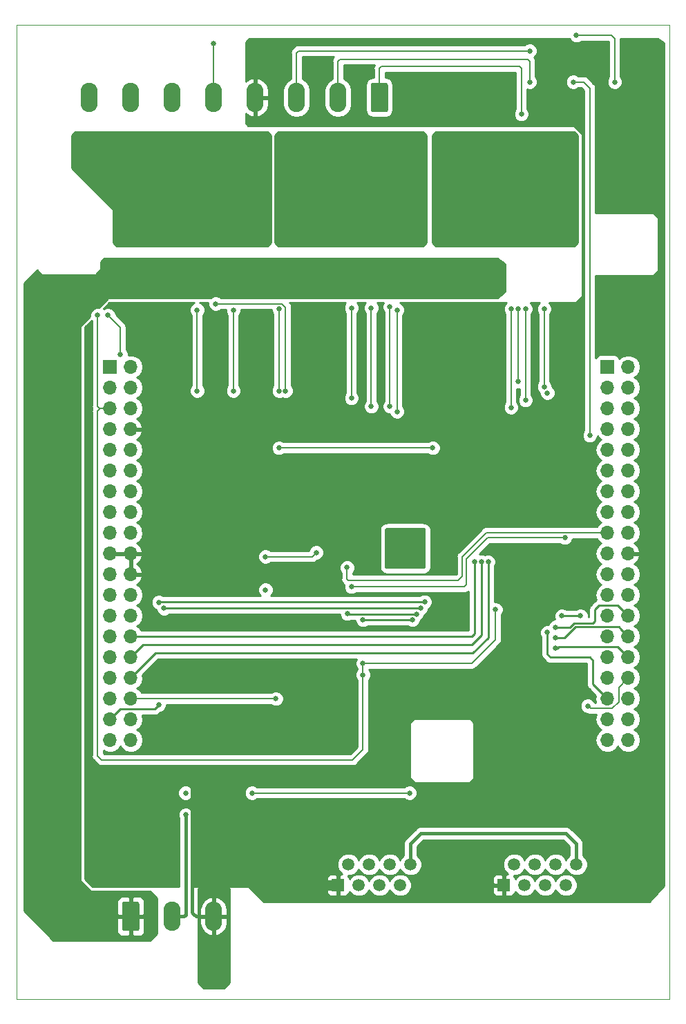
<source format=gbr>
%TF.GenerationSoftware,KiCad,Pcbnew,(5.0.2)-1*%
%TF.CreationDate,2019-02-28T08:25:03+01:00*%
%TF.ProjectId,bldc_driver_board,626c6463-5f64-4726-9976-65725f626f61,rev?*%
%TF.SameCoordinates,Original*%
%TF.FileFunction,Copper,L2,Bot*%
%TF.FilePolarity,Positive*%
%FSLAX46Y46*%
G04 Gerber Fmt 4.6, Leading zero omitted, Abs format (unit mm)*
G04 Created by KiCad (PCBNEW (5.0.2)-1) date 28.02.2019 08:25:03*
%MOMM*%
%LPD*%
G01*
G04 APERTURE LIST*
%TA.AperFunction,NonConductor*%
%ADD10C,0.100000*%
%TD*%
%TA.AperFunction,Conductor*%
%ADD11C,0.150000*%
%TD*%
%TA.AperFunction,ComponentPad*%
%ADD12C,2.080000*%
%TD*%
%TA.AperFunction,ComponentPad*%
%ADD13O,2.080000X3.600000*%
%TD*%
%TA.AperFunction,ViaPad*%
%ADD14C,0.500000*%
%TD*%
%TA.AperFunction,Conductor*%
%ADD15C,5.000000*%
%TD*%
%TA.AperFunction,ComponentPad*%
%ADD16O,1.700000X1.700000*%
%TD*%
%TA.AperFunction,ComponentPad*%
%ADD17R,1.700000X1.700000*%
%TD*%
%TA.AperFunction,ComponentPad*%
%ADD18C,1.500000*%
%TD*%
%TA.AperFunction,ComponentPad*%
%ADD19R,1.500000X1.500000*%
%TD*%
%TA.AperFunction,ViaPad*%
%ADD20C,0.635000*%
%TD*%
%TA.AperFunction,Conductor*%
%ADD21C,0.203200*%
%TD*%
%TA.AperFunction,Conductor*%
%ADD22C,1.270000*%
%TD*%
%TA.AperFunction,Conductor*%
%ADD23C,0.406400*%
%TD*%
%TA.AperFunction,Conductor*%
%ADD24C,0.254000*%
%TD*%
G04 APERTURE END LIST*
D10*
X31750000Y-166370000D02*
X31750000Y-46990000D01*
X111760000Y-166370000D02*
X31750000Y-166370000D01*
X111760000Y-46990000D02*
X111760000Y-166370000D01*
X31750000Y-46990000D02*
X111760000Y-46990000D01*
D11*
%TO.N,/HALL_IN_C*%
%TO.C,J5*%
G36*
X77014505Y-54081204D02*
X77038773Y-54084804D01*
X77062572Y-54090765D01*
X77085671Y-54099030D01*
X77107850Y-54109520D01*
X77128893Y-54122132D01*
X77148599Y-54136747D01*
X77166777Y-54153223D01*
X77183253Y-54171401D01*
X77197868Y-54191107D01*
X77210480Y-54212150D01*
X77220970Y-54234329D01*
X77229235Y-54257428D01*
X77235196Y-54281227D01*
X77238796Y-54305495D01*
X77240000Y-54329999D01*
X77240000Y-57430001D01*
X77238796Y-57454505D01*
X77235196Y-57478773D01*
X77229235Y-57502572D01*
X77220970Y-57525671D01*
X77210480Y-57547850D01*
X77197868Y-57568893D01*
X77183253Y-57588599D01*
X77166777Y-57606777D01*
X77148599Y-57623253D01*
X77128893Y-57637868D01*
X77107850Y-57650480D01*
X77085671Y-57660970D01*
X77062572Y-57669235D01*
X77038773Y-57675196D01*
X77014505Y-57678796D01*
X76990001Y-57680000D01*
X75409999Y-57680000D01*
X75385495Y-57678796D01*
X75361227Y-57675196D01*
X75337428Y-57669235D01*
X75314329Y-57660970D01*
X75292150Y-57650480D01*
X75271107Y-57637868D01*
X75251401Y-57623253D01*
X75233223Y-57606777D01*
X75216747Y-57588599D01*
X75202132Y-57568893D01*
X75189520Y-57547850D01*
X75179030Y-57525671D01*
X75170765Y-57502572D01*
X75164804Y-57478773D01*
X75161204Y-57454505D01*
X75160000Y-57430001D01*
X75160000Y-54329999D01*
X75161204Y-54305495D01*
X75164804Y-54281227D01*
X75170765Y-54257428D01*
X75179030Y-54234329D01*
X75189520Y-54212150D01*
X75202132Y-54191107D01*
X75216747Y-54171401D01*
X75233223Y-54153223D01*
X75251401Y-54136747D01*
X75271107Y-54122132D01*
X75292150Y-54109520D01*
X75314329Y-54099030D01*
X75337428Y-54090765D01*
X75361227Y-54084804D01*
X75385495Y-54081204D01*
X75409999Y-54080000D01*
X76990001Y-54080000D01*
X77014505Y-54081204D01*
X77014505Y-54081204D01*
G37*
D12*
%TD*%
%TO.P,J5,1*%
%TO.N,/HALL_IN_C*%
X76200000Y-55880000D03*
D13*
%TO.P,J5,2*%
%TO.N,/HALL_IN_B*%
X71120000Y-55880000D03*
%TO.P,J5,3*%
%TO.N,/HALL_IN_A*%
X66040000Y-55880000D03*
%TO.P,J5,4*%
%TO.N,GND*%
X60960000Y-55880000D03*
%TO.P,J5,5*%
%TO.N,+5V*%
X55880000Y-55880000D03*
%TO.P,J5,6*%
%TO.N,/SHC*%
X50800000Y-55880000D03*
%TO.P,J5,7*%
%TO.N,/SHB*%
X45720000Y-55880000D03*
%TO.P,J5,8*%
%TO.N,/SHA*%
X40640000Y-55880000D03*
%TD*%
D14*
%TO.N,N/C*%
%TO.C,IC1*%
X77125000Y-113375000D03*
X77125000Y-112250000D03*
X77125000Y-111125000D03*
X77125000Y-110000000D03*
X77125000Y-108875000D03*
X78250000Y-113375000D03*
X78250000Y-112250000D03*
X78250000Y-111125000D03*
X78250000Y-110000000D03*
X78250000Y-108875000D03*
X79375000Y-113375000D03*
X79375000Y-112250000D03*
X79375000Y-111125000D03*
X79375000Y-110000000D03*
X79375000Y-108875000D03*
X80500000Y-113375000D03*
X80500000Y-112250000D03*
X80500000Y-111125000D03*
X80500000Y-110000000D03*
X80500000Y-108875000D03*
X81625000Y-113375000D03*
X81625000Y-112250000D03*
X81625000Y-111125000D03*
X81625000Y-110000000D03*
X81625000Y-108875000D03*
D11*
G36*
X81649504Y-108626204D02*
X81673773Y-108629804D01*
X81697571Y-108635765D01*
X81720671Y-108644030D01*
X81742849Y-108654520D01*
X81763893Y-108667133D01*
X81783598Y-108681747D01*
X81801777Y-108698223D01*
X81818253Y-108716402D01*
X81832867Y-108736107D01*
X81845480Y-108757151D01*
X81855970Y-108779329D01*
X81864235Y-108802429D01*
X81870196Y-108826227D01*
X81873796Y-108850496D01*
X81875000Y-108875000D01*
X81875000Y-113375000D01*
X81873796Y-113399504D01*
X81870196Y-113423773D01*
X81864235Y-113447571D01*
X81855970Y-113470671D01*
X81845480Y-113492849D01*
X81832867Y-113513893D01*
X81818253Y-113533598D01*
X81801777Y-113551777D01*
X81783598Y-113568253D01*
X81763893Y-113582867D01*
X81742849Y-113595480D01*
X81720671Y-113605970D01*
X81697571Y-113614235D01*
X81673773Y-113620196D01*
X81649504Y-113623796D01*
X81625000Y-113625000D01*
X77125000Y-113625000D01*
X77100496Y-113623796D01*
X77076227Y-113620196D01*
X77052429Y-113614235D01*
X77029329Y-113605970D01*
X77007151Y-113595480D01*
X76986107Y-113582867D01*
X76966402Y-113568253D01*
X76948223Y-113551777D01*
X76931747Y-113533598D01*
X76917133Y-113513893D01*
X76904520Y-113492849D01*
X76894030Y-113470671D01*
X76885765Y-113447571D01*
X76879804Y-113423773D01*
X76876204Y-113399504D01*
X76875000Y-113375000D01*
X76875000Y-108875000D01*
X76876204Y-108850496D01*
X76879804Y-108826227D01*
X76885765Y-108802429D01*
X76894030Y-108779329D01*
X76904520Y-108757151D01*
X76917133Y-108736107D01*
X76931747Y-108716402D01*
X76948223Y-108698223D01*
X76966402Y-108681747D01*
X76986107Y-108667133D01*
X77007151Y-108654520D01*
X77029329Y-108644030D01*
X77052429Y-108635765D01*
X77076227Y-108629804D01*
X77100496Y-108626204D01*
X77125000Y-108625000D01*
X81625000Y-108625000D01*
X81649504Y-108626204D01*
X81649504Y-108626204D01*
G37*
D15*
X79375000Y-111125000D03*
%TD*%
D11*
%TO.N,+BATT*%
%TO.C,J1*%
G36*
X46534505Y-154411204D02*
X46558773Y-154414804D01*
X46582572Y-154420765D01*
X46605671Y-154429030D01*
X46627850Y-154439520D01*
X46648893Y-154452132D01*
X46668599Y-154466747D01*
X46686777Y-154483223D01*
X46703253Y-154501401D01*
X46717868Y-154521107D01*
X46730480Y-154542150D01*
X46740970Y-154564329D01*
X46749235Y-154587428D01*
X46755196Y-154611227D01*
X46758796Y-154635495D01*
X46760000Y-154659999D01*
X46760000Y-157760001D01*
X46758796Y-157784505D01*
X46755196Y-157808773D01*
X46749235Y-157832572D01*
X46740970Y-157855671D01*
X46730480Y-157877850D01*
X46717868Y-157898893D01*
X46703253Y-157918599D01*
X46686777Y-157936777D01*
X46668599Y-157953253D01*
X46648893Y-157967868D01*
X46627850Y-157980480D01*
X46605671Y-157990970D01*
X46582572Y-157999235D01*
X46558773Y-158005196D01*
X46534505Y-158008796D01*
X46510001Y-158010000D01*
X44929999Y-158010000D01*
X44905495Y-158008796D01*
X44881227Y-158005196D01*
X44857428Y-157999235D01*
X44834329Y-157990970D01*
X44812150Y-157980480D01*
X44791107Y-157967868D01*
X44771401Y-157953253D01*
X44753223Y-157936777D01*
X44736747Y-157918599D01*
X44722132Y-157898893D01*
X44709520Y-157877850D01*
X44699030Y-157855671D01*
X44690765Y-157832572D01*
X44684804Y-157808773D01*
X44681204Y-157784505D01*
X44680000Y-157760001D01*
X44680000Y-154659999D01*
X44681204Y-154635495D01*
X44684804Y-154611227D01*
X44690765Y-154587428D01*
X44699030Y-154564329D01*
X44709520Y-154542150D01*
X44722132Y-154521107D01*
X44736747Y-154501401D01*
X44753223Y-154483223D01*
X44771401Y-154466747D01*
X44791107Y-154452132D01*
X44812150Y-154439520D01*
X44834329Y-154429030D01*
X44857428Y-154420765D01*
X44881227Y-154414804D01*
X44905495Y-154411204D01*
X44929999Y-154410000D01*
X46510001Y-154410000D01*
X46534505Y-154411204D01*
X46534505Y-154411204D01*
G37*
D12*
%TD*%
%TO.P,J1,1*%
%TO.N,+BATT*%
X45720000Y-156210000D03*
D13*
%TO.P,J1,2*%
%TO.N,+12V*%
X50800000Y-156210000D03*
%TO.P,J1,3*%
%TO.N,GND*%
X55880000Y-156210000D03*
%TD*%
D16*
%TO.P,J2,38*%
%TO.N,Net-(J2-Pad38)*%
X45720000Y-134620000D03*
%TO.P,J2,37*%
%TO.N,Net-(J2-Pad37)*%
X43180000Y-134620000D03*
%TO.P,J2,36*%
%TO.N,/SDI*%
X45720000Y-132080000D03*
%TO.P,J2,35*%
%TO.N,/SDO*%
X43180000Y-132080000D03*
%TO.P,J2,34*%
%TO.N,/VBUS*%
X45720000Y-129540000D03*
%TO.P,J2,33*%
%TO.N,Net-(J2-Pad33)*%
X43180000Y-129540000D03*
%TO.P,J2,32*%
%TO.N,/SO3*%
X45720000Y-127000000D03*
%TO.P,J2,31*%
%TO.N,Net-(J2-Pad31)*%
X43180000Y-127000000D03*
%TO.P,J2,30*%
%TO.N,/SO2*%
X45720000Y-124460000D03*
%TO.P,J2,29*%
%TO.N,Net-(J2-Pad29)*%
X43180000Y-124460000D03*
%TO.P,J2,28*%
%TO.N,/SO1*%
X45720000Y-121920000D03*
%TO.P,J2,27*%
%TO.N,Net-(J2-Pad27)*%
X43180000Y-121920000D03*
%TO.P,J2,26*%
%TO.N,Net-(J2-Pad26)*%
X45720000Y-119380000D03*
%TO.P,J2,25*%
%TO.N,Net-(J2-Pad25)*%
X43180000Y-119380000D03*
%TO.P,J2,24*%
%TO.N,+12V*%
X45720000Y-116840000D03*
%TO.P,J2,23*%
%TO.N,Net-(J2-Pad23)*%
X43180000Y-116840000D03*
%TO.P,J2,22*%
%TO.N,GND*%
X45720000Y-114300000D03*
%TO.P,J2,21*%
%TO.N,Net-(J2-Pad21)*%
X43180000Y-114300000D03*
%TO.P,J2,20*%
%TO.N,GND*%
X45720000Y-111760000D03*
%TO.P,J2,19*%
X43180000Y-111760000D03*
%TO.P,J2,18*%
%TO.N,+5V*%
X45720000Y-109220000D03*
%TO.P,J2,17*%
%TO.N,Net-(J2-Pad17)*%
X43180000Y-109220000D03*
%TO.P,J2,16*%
%TO.N,Net-(J2-Pad16)*%
X45720000Y-106680000D03*
%TO.P,J2,15*%
%TO.N,Net-(J2-Pad15)*%
X43180000Y-106680000D03*
%TO.P,J2,14*%
%TO.N,Net-(J2-Pad14)*%
X45720000Y-104140000D03*
%TO.P,J2,13*%
%TO.N,Net-(J2-Pad13)*%
X43180000Y-104140000D03*
%TO.P,J2,12*%
%TO.N,Net-(J2-Pad12)*%
X45720000Y-101600000D03*
%TO.P,J2,11*%
%TO.N,Net-(J2-Pad11)*%
X43180000Y-101600000D03*
%TO.P,J2,10*%
%TO.N,Net-(J2-Pad10)*%
X45720000Y-99060000D03*
%TO.P,J2,9*%
%TO.N,Net-(J2-Pad9)*%
X43180000Y-99060000D03*
%TO.P,J2,8*%
%TO.N,GND*%
X45720000Y-96520000D03*
%TO.P,J2,7*%
%TO.N,Net-(J2-Pad7)*%
X43180000Y-96520000D03*
%TO.P,J2,6*%
%TO.N,Net-(J2-Pad6)*%
X45720000Y-93980000D03*
%TO.P,J2,5*%
%TO.N,VDD*%
X43180000Y-93980000D03*
%TO.P,J2,4*%
%TO.N,Net-(J2-Pad4)*%
X45720000Y-91440000D03*
%TO.P,J2,3*%
%TO.N,Net-(J2-Pad3)*%
X43180000Y-91440000D03*
%TO.P,J2,2*%
%TO.N,Net-(J2-Pad2)*%
X45720000Y-88900000D03*
D17*
%TO.P,J2,1*%
%TO.N,Net-(J2-Pad1)*%
X43180000Y-88900000D03*
%TD*%
%TO.P,J3,1*%
%TO.N,Net-(J3-Pad1)*%
X104140000Y-88900000D03*
D16*
%TO.P,J3,2*%
%TO.N,/HALL_C*%
X106680000Y-88900000D03*
%TO.P,J3,3*%
%TO.N,Net-(J3-Pad3)*%
X104140000Y-91440000D03*
%TO.P,J3,4*%
%TO.N,/HALL_A*%
X106680000Y-91440000D03*
%TO.P,J3,5*%
%TO.N,Net-(J3-Pad5)*%
X104140000Y-93980000D03*
%TO.P,J3,6*%
%TO.N,Net-(J3-Pad6)*%
X106680000Y-93980000D03*
%TO.P,J3,7*%
%TO.N,VDDA*%
X104140000Y-96520000D03*
%TO.P,J3,8*%
%TO.N,Net-(J3-Pad8)*%
X106680000Y-96520000D03*
%TO.P,J3,9*%
%TO.N,Net-(J3-Pad9)*%
X104140000Y-99060000D03*
%TO.P,J3,10*%
%TO.N,Net-(J3-Pad10)*%
X106680000Y-99060000D03*
%TO.P,J3,11*%
%TO.N,Net-(J3-Pad11)*%
X104140000Y-101600000D03*
%TO.P,J3,12*%
%TO.N,/CAN_TX*%
X106680000Y-101600000D03*
%TO.P,J3,13*%
%TO.N,Net-(J3-Pad13)*%
X104140000Y-104140000D03*
%TO.P,J3,14*%
%TO.N,/CAN_RX*%
X106680000Y-104140000D03*
%TO.P,J3,15*%
%TO.N,Net-(J3-Pad15)*%
X104140000Y-106680000D03*
%TO.P,J3,16*%
%TO.N,Net-(J3-Pad16)*%
X106680000Y-106680000D03*
%TO.P,J3,17*%
%TO.N,/WAKE*%
X104140000Y-109220000D03*
%TO.P,J3,18*%
%TO.N,Net-(J3-Pad18)*%
X106680000Y-109220000D03*
%TO.P,J3,19*%
%TO.N,/HALL_B*%
X104140000Y-111760000D03*
%TO.P,J3,20*%
%TO.N,GND*%
X106680000Y-111760000D03*
%TO.P,J3,21*%
%TO.N,/INHB*%
X104140000Y-114300000D03*
%TO.P,J3,22*%
%TO.N,Net-(J3-Pad22)*%
X106680000Y-114300000D03*
%TO.P,J3,23*%
%TO.N,/INHA*%
X104140000Y-116840000D03*
%TO.P,J3,24*%
%TO.N,Net-(J3-Pad24)*%
X106680000Y-116840000D03*
%TO.P,J3,25*%
%TO.N,/SCLK*%
X104140000Y-119380000D03*
%TO.P,J3,26*%
%TO.N,/INLC*%
X106680000Y-119380000D03*
%TO.P,J3,27*%
%TO.N,/~FAULT*%
X104140000Y-121920000D03*
%TO.P,J3,28*%
%TO.N,/INLB*%
X106680000Y-121920000D03*
%TO.P,J3,29*%
%TO.N,/EN_GATE*%
X104140000Y-124460000D03*
%TO.P,J3,30*%
%TO.N,/INLA*%
X106680000Y-124460000D03*
%TO.P,J3,31*%
%TO.N,Net-(J3-Pad31)*%
X104140000Y-127000000D03*
%TO.P,J3,32*%
%TO.N,GNDA*%
X106680000Y-127000000D03*
%TO.P,J3,33*%
%TO.N,/INHC*%
X104140000Y-129540000D03*
%TO.P,J3,34*%
%TO.N,Net-(J3-Pad34)*%
X106680000Y-129540000D03*
%TO.P,J3,35*%
%TO.N,Net-(J3-Pad35)*%
X104140000Y-132080000D03*
%TO.P,J3,36*%
%TO.N,Net-(J3-Pad36)*%
X106680000Y-132080000D03*
%TO.P,J3,37*%
%TO.N,Net-(J3-Pad37)*%
X104140000Y-134620000D03*
%TO.P,J3,38*%
%TO.N,Net-(J3-Pad38)*%
X106680000Y-134620000D03*
%TD*%
D18*
%TO.P,J6,8*%
%TO.N,Net-(D2-Pad2)*%
X80010000Y-149860000D03*
%TO.P,J6,7*%
%TO.N,Net-(J6-Pad7)*%
X78740000Y-152400000D03*
%TO.P,J6,6*%
%TO.N,Net-(J6-Pad6)*%
X77470000Y-149860000D03*
%TO.P,J6,5*%
%TO.N,Net-(J6-Pad5)*%
X76200000Y-152400000D03*
%TO.P,J6,4*%
%TO.N,Net-(J6-Pad4)*%
X74930000Y-149860000D03*
%TO.P,J6,3*%
%TO.N,/CAN_L*%
X73660000Y-152400000D03*
%TO.P,J6,2*%
%TO.N,/CAN_H*%
X72390000Y-149860000D03*
D19*
%TO.P,J6,1*%
%TO.N,GND*%
X71120000Y-152400000D03*
%TD*%
%TO.P,J7,1*%
%TO.N,GND*%
X91440000Y-152400000D03*
D18*
%TO.P,J7,2*%
%TO.N,/CAN_H*%
X92710000Y-149860000D03*
%TO.P,J7,3*%
%TO.N,/CAN_L*%
X93980000Y-152400000D03*
%TO.P,J7,4*%
%TO.N,Net-(J7-Pad4)*%
X95250000Y-149860000D03*
%TO.P,J7,5*%
%TO.N,Net-(J7-Pad5)*%
X96520000Y-152400000D03*
%TO.P,J7,6*%
%TO.N,Net-(J7-Pad6)*%
X97790000Y-149860000D03*
%TO.P,J7,7*%
%TO.N,Net-(J7-Pad7)*%
X99060000Y-152400000D03*
%TO.P,J7,8*%
%TO.N,Net-(D2-Pad2)*%
X100330000Y-149860000D03*
%TD*%
D20*
%TO.N,VDDA*%
X72771000Y-115824000D03*
X98933000Y-109816900D03*
%TO.N,GNDA*%
X101727000Y-130429000D03*
%TO.N,GND*%
X71247000Y-112375000D03*
X72263000Y-125095000D03*
X54356000Y-161798000D03*
X55118000Y-161798000D03*
X55880000Y-161798000D03*
X56642000Y-161798000D03*
X57404000Y-161798000D03*
X57404000Y-162560000D03*
X56642000Y-162560000D03*
X55880000Y-162560000D03*
X55118000Y-162560000D03*
X54356000Y-162560000D03*
X54356000Y-163322000D03*
X55118000Y-163322000D03*
X55880000Y-163322000D03*
X56642000Y-163322000D03*
X57404000Y-163322000D03*
X55118000Y-164084000D03*
X55880000Y-164084000D03*
X56642000Y-164084000D03*
X104775000Y-59817000D03*
X71120000Y-105410000D03*
X67183000Y-131366500D03*
X89027000Y-107188000D03*
X56642000Y-139065000D03*
X55753000Y-139065000D03*
X57531000Y-139065000D03*
X55753000Y-133477000D03*
X56642000Y-133477000D03*
X57531000Y-133477000D03*
X55753000Y-127000000D03*
X56642000Y-127000000D03*
X57531000Y-127000000D03*
X55753000Y-120396000D03*
X56642000Y-120396000D03*
X57531000Y-120396000D03*
X70104000Y-105410000D03*
X70104000Y-104521000D03*
X71120000Y-104521000D03*
X83439000Y-100584000D03*
X84709000Y-100584000D03*
X83439000Y-101473000D03*
X84709000Y-101473000D03*
X83693000Y-96012000D03*
X85471000Y-96012000D03*
X87503000Y-96012000D03*
X89662000Y-96012000D03*
X94615000Y-96139000D03*
X94615000Y-97790000D03*
X94615000Y-99568000D03*
X94615000Y-101092000D03*
X51689000Y-104521000D03*
X52578000Y-104521000D03*
X52578000Y-105410000D03*
X51689000Y-105410000D03*
X93726000Y-113792000D03*
X94615000Y-113792000D03*
X94615000Y-114681000D03*
X93726000Y-114681000D03*
X102870000Y-140335000D03*
X102870000Y-141478000D03*
X104013000Y-141478000D03*
X104013000Y-140335000D03*
X82677000Y-129413000D03*
X83566000Y-129413000D03*
X84455000Y-129413000D03*
X84455000Y-130429000D03*
X83566000Y-130429000D03*
X82677000Y-130429000D03*
%TO.N,+BATT*%
X68457467Y-111637467D03*
X62230000Y-112141000D03*
X62230000Y-116205000D03*
X45720000Y-77724000D03*
X46736000Y-77724000D03*
X47752000Y-77724000D03*
X48768000Y-77724000D03*
X49784000Y-77724000D03*
X50800000Y-77724000D03*
X51816000Y-77724000D03*
X51816000Y-78740000D03*
X50800000Y-78740000D03*
X49784000Y-78740000D03*
X48768000Y-78740000D03*
X47752000Y-78740000D03*
X46736000Y-78740000D03*
X45720000Y-78740000D03*
X64516000Y-77724000D03*
X64516000Y-78740000D03*
X65532000Y-78740000D03*
X66548000Y-78740000D03*
X67564000Y-78740000D03*
X68580000Y-78740000D03*
X69596000Y-78740000D03*
X70612000Y-78740000D03*
X70612000Y-77724000D03*
X69596000Y-77724000D03*
X68580000Y-77724000D03*
X67564000Y-77724000D03*
X66548000Y-77724000D03*
X65532000Y-77724000D03*
X83312000Y-77724000D03*
X84328000Y-77724000D03*
X85344000Y-77724000D03*
X86360000Y-77724000D03*
X87376000Y-77724000D03*
X88392000Y-77724000D03*
X89408000Y-77724000D03*
X90424000Y-77724000D03*
X90424000Y-78740000D03*
X89408000Y-78740000D03*
X88392000Y-78740000D03*
X87376000Y-78740000D03*
X86360000Y-78740000D03*
X85344000Y-78740000D03*
X84328000Y-78740000D03*
X83312000Y-78740000D03*
%TO.N,+12V*%
X52451000Y-143764000D03*
X52448821Y-141097000D03*
X79883000Y-141097000D03*
X60579000Y-141097000D03*
%TO.N,/VBUS*%
X63500000Y-129540000D03*
%TO.N,/HALL_B*%
X101981000Y-97282000D03*
X99949000Y-53975000D03*
%TO.N,VDD*%
X90424000Y-118618000D03*
X74168000Y-125222000D03*
X74168000Y-126619000D03*
X105029000Y-53975000D03*
X41656000Y-82550000D03*
X100330000Y-48260000D03*
%TO.N,/SLA*%
X63881000Y-81788000D03*
X63881000Y-98806000D03*
X82721900Y-98806000D03*
X63881000Y-91821000D03*
%TO.N,/SLB*%
X78359000Y-81915000D03*
X92329000Y-81788000D03*
X78359000Y-94361000D03*
X92329000Y-93853000D03*
%TO.N,/SLC*%
X96774000Y-92075000D03*
%TO.N,/INLA*%
X97790000Y-123317000D03*
%TO.N,/INLB*%
X97790000Y-122059700D03*
%TO.N,/INHC*%
X96774000Y-121437400D03*
%TO.N,/INLC*%
X97790000Y-120777000D03*
%TO.N,/~FAULT*%
X80251300Y-119888000D03*
X74168000Y-119888000D03*
%TO.N,Net-(IC1-Pad9)*%
X80747300Y-119168347D03*
X72263000Y-119126000D03*
%TO.N,/SDI*%
X81247300Y-118471054D03*
X49803946Y-118471054D03*
%TO.N,/SDO*%
X81747300Y-117676446D03*
X49149000Y-117729000D03*
X49149000Y-130302000D03*
%TO.N,/SCLK*%
X98552000Y-119380000D03*
X100838000Y-119380000D03*
%TO.N,/SO1*%
X87884000Y-112776000D03*
%TO.N,/SO2*%
X88696803Y-112776000D03*
%TO.N,/SO3*%
X89535000Y-112776000D03*
%TO.N,/GLC*%
X94107000Y-92964000D03*
X94107000Y-81788000D03*
%TO.N,/SHC*%
X96393000Y-91313000D03*
X96393000Y-81788000D03*
X83058000Y-64262000D03*
X84074000Y-64262000D03*
X85090000Y-64262000D03*
X86106000Y-64262000D03*
X87122000Y-64262000D03*
X88138000Y-64262000D03*
X89154000Y-64262000D03*
X90170000Y-64262000D03*
X91186000Y-64262000D03*
X92202000Y-64262000D03*
X93218000Y-64262000D03*
X94234000Y-64262000D03*
X95250000Y-64262000D03*
X96266000Y-64262000D03*
X97282000Y-64262000D03*
X98298000Y-64262000D03*
X99314000Y-64262000D03*
X99314000Y-63246000D03*
X98298000Y-63246000D03*
X97282000Y-63246000D03*
X96266000Y-63246000D03*
X95250000Y-63246000D03*
X94234000Y-63246000D03*
X93218000Y-63246000D03*
X92202000Y-63246000D03*
X91186000Y-63246000D03*
X90170000Y-63246000D03*
X89154000Y-63246000D03*
X88138000Y-63246000D03*
X87122000Y-63246000D03*
X86106000Y-63246000D03*
X85090000Y-63246000D03*
X84074000Y-63246000D03*
X83058000Y-63246000D03*
%TO.N,/GHC*%
X93218000Y-81788000D03*
X93218000Y-90678000D03*
%TO.N,/GHB*%
X72771000Y-81661000D03*
X72771000Y-92710000D03*
%TO.N,/SHB*%
X77470000Y-81534000D03*
X77470000Y-93726000D03*
X64770000Y-64262000D03*
X65786000Y-64262000D03*
X66802000Y-64262000D03*
X67818000Y-64262000D03*
X68834000Y-64262000D03*
X69850000Y-64262000D03*
X70866000Y-64262000D03*
X71882000Y-64262000D03*
X72898000Y-64262000D03*
X73914000Y-64262000D03*
X74930000Y-64262000D03*
X75946000Y-64262000D03*
X76962000Y-64262000D03*
X77978000Y-64262000D03*
X78994000Y-64262000D03*
X80010000Y-64262000D03*
X80010000Y-63246000D03*
X78994000Y-63246000D03*
X77978000Y-63246000D03*
X76962000Y-63246000D03*
X75946000Y-63246000D03*
X74930000Y-63246000D03*
X73914000Y-63246000D03*
X72898000Y-63246000D03*
X71882000Y-63246000D03*
X70866000Y-63246000D03*
X69850000Y-63246000D03*
X68834000Y-63246000D03*
X67818000Y-63246000D03*
X66802000Y-63246000D03*
X65786000Y-63246000D03*
X64770000Y-63246000D03*
%TO.N,/GLB*%
X75184000Y-81661000D03*
X75184000Y-93726000D03*
%TO.N,/GLA*%
X56134000Y-81153000D03*
X64693803Y-91821000D03*
%TO.N,/SHA*%
X58293000Y-81915000D03*
X58293000Y-91821000D03*
X46482000Y-64262000D03*
X47498000Y-64262000D03*
X48514000Y-64262000D03*
X49530000Y-64262000D03*
X50546000Y-64262000D03*
X51562000Y-64262000D03*
X52578000Y-64262000D03*
X53594000Y-64262000D03*
X54610000Y-64262000D03*
X55626000Y-64262000D03*
X56642000Y-64262000D03*
X57658000Y-64262000D03*
X58674000Y-64262000D03*
X59690000Y-64262000D03*
X45466000Y-64262000D03*
X44450000Y-64262000D03*
X43434000Y-64262000D03*
X42418000Y-64262000D03*
X41402000Y-64262000D03*
X41402000Y-65532000D03*
X42418000Y-65532000D03*
X43434000Y-65532000D03*
X44450000Y-65532000D03*
X44450000Y-66548000D03*
X43434000Y-66548000D03*
X42418000Y-66548000D03*
%TO.N,/GHA*%
X53848000Y-91821000D03*
X53848000Y-81915000D03*
%TO.N,/WAKE*%
X72224900Y-113471900D03*
%TO.N,+5V*%
X44450000Y-87376000D03*
X42926000Y-82550000D03*
X55880000Y-49276000D03*
%TO.N,/HALL_IN_A*%
X94615000Y-50165000D03*
%TO.N,/HALL_IN_B*%
X94615000Y-53975000D03*
%TO.N,/HALL_IN_C*%
X93599000Y-57912000D03*
%TD*%
D21*
%TO.N,VDDA*%
X72771000Y-115824000D02*
X86614000Y-115824000D01*
X86614000Y-115824000D02*
X86868000Y-115570000D01*
X86868000Y-115570000D02*
X86868000Y-112395000D01*
X89959686Y-109816900D02*
X98933000Y-109816900D01*
X86868000Y-112395000D02*
X89446100Y-109816900D01*
X89446100Y-109816900D02*
X89959686Y-109816900D01*
%TO.N,GNDA*%
X102044499Y-130746499D02*
X104711501Y-130746499D01*
X101727000Y-130429000D02*
X102044499Y-130746499D01*
X104711501Y-130746499D02*
X105537000Y-129921000D01*
X105537000Y-128143000D02*
X106680000Y-127000000D01*
X105537000Y-129921000D02*
X105537000Y-128143000D01*
D22*
%TO.N,GND*%
X68580000Y-152400000D02*
X71120000Y-152400000D01*
D23*
X55880000Y-156210000D02*
X54433600Y-156210000D01*
X54433600Y-156210000D02*
X53721000Y-156210000D01*
X53721000Y-156210000D02*
X53340000Y-155829000D01*
X53340000Y-155829000D02*
X53213000Y-155702000D01*
X53213000Y-155702000D02*
X53213000Y-140335000D01*
D21*
%TO.N,+BATT*%
X68457467Y-111637467D02*
X67945000Y-112149934D01*
X62238934Y-112149934D02*
X62230000Y-112141000D01*
X67945000Y-112149934D02*
X62238934Y-112149934D01*
D23*
%TO.N,+12V*%
X52246400Y-156210000D02*
X50800000Y-156210000D01*
X52451000Y-156005400D02*
X52246400Y-156210000D01*
X52451000Y-143764000D02*
X52451000Y-156005400D01*
D21*
X60579000Y-141097000D02*
X79883000Y-141097000D01*
%TO.N,/VBUS*%
X45720000Y-129540000D02*
X63500000Y-129540000D01*
%TO.N,/HALL_B*%
X101981000Y-97282000D02*
X101981000Y-54737000D01*
X101219000Y-53975000D02*
X99949000Y-53975000D01*
X101981000Y-54737000D02*
X101219000Y-53975000D01*
%TO.N,VDD*%
X90424000Y-118618000D02*
X90424000Y-119067012D01*
X90424000Y-119067012D02*
X90424000Y-122301000D01*
X90424000Y-122301000D02*
X87503000Y-125222000D01*
X87503000Y-125222000D02*
X74168000Y-125222000D01*
X72898000Y-137033000D02*
X74168000Y-135763000D01*
X74168000Y-135763000D02*
X74168000Y-126619000D01*
X74168000Y-126619000D02*
X74168000Y-125222000D01*
X41656000Y-136525000D02*
X42164000Y-137033000D01*
X41656000Y-94301919D02*
X41656000Y-136525000D01*
X41977919Y-93980000D02*
X41656000Y-94301919D01*
X42164000Y-137033000D02*
X72898000Y-137033000D01*
X42164000Y-93980000D02*
X41977919Y-93980000D01*
X43180000Y-93980000D02*
X42164000Y-93980000D01*
X42164000Y-93980000D02*
X41910000Y-93980000D01*
X41656000Y-93726000D02*
X41656000Y-82550000D01*
X41910000Y-93980000D02*
X41656000Y-93726000D01*
X100330000Y-48260000D02*
X104648000Y-48260000D01*
X104648000Y-48260000D02*
X105029000Y-48641000D01*
X105029000Y-48641000D02*
X105029000Y-53975000D01*
%TO.N,/SLA*%
X63881000Y-98806000D02*
X82721900Y-98806000D01*
X63881000Y-91821000D02*
X63881000Y-81788000D01*
%TO.N,/SLB*%
X78359000Y-94361000D02*
X78359000Y-81915000D01*
X92329000Y-93853000D02*
X92329000Y-81788000D01*
D23*
%TO.N,Net-(D2-Pad2)*%
X100330000Y-149860000D02*
X100330000Y-147320000D01*
X100330000Y-147320000D02*
X99060000Y-146050000D01*
X99060000Y-146050000D02*
X81280000Y-146050000D01*
X81280000Y-146050000D02*
X80010000Y-147320000D01*
X80010000Y-147320000D02*
X80010000Y-149860000D01*
D24*
%TO.N,/INLA*%
X105410000Y-123190000D02*
X106680000Y-124460000D01*
X98171000Y-123190000D02*
X105410000Y-123190000D01*
X98044000Y-123317000D02*
X98171000Y-123190000D01*
X97790000Y-123317000D02*
X98044000Y-123317000D01*
%TO.N,/INLB*%
X105830001Y-121070001D02*
X106680000Y-121920000D01*
X105525199Y-120765199D02*
X105830001Y-121070001D01*
X100203000Y-120765199D02*
X105525199Y-120765199D01*
X97790000Y-122059700D02*
X98908499Y-122059700D01*
X98908499Y-122059700D02*
X100203000Y-120765199D01*
%TO.N,/INHC*%
X102362000Y-127762000D02*
X104140000Y-129540000D01*
X102362000Y-124841000D02*
X102362000Y-127762000D01*
X101981000Y-124460000D02*
X102362000Y-124841000D01*
X97155000Y-124460000D02*
X101981000Y-124460000D01*
X96774000Y-121437400D02*
X96774000Y-124079000D01*
X96774000Y-124079000D02*
X97155000Y-124460000D01*
%TO.N,/INLC*%
X97790000Y-120777000D02*
X99568000Y-120777000D01*
X99568000Y-120777000D02*
X100076000Y-120269000D01*
X100076000Y-120269000D02*
X102362000Y-120269000D01*
X102362000Y-120269000D02*
X102616000Y-120015000D01*
X102616000Y-120015000D02*
X102616000Y-118618000D01*
X102616000Y-118618000D02*
X103124000Y-118110000D01*
X105410000Y-118110000D02*
X106680000Y-119380000D01*
X103124000Y-118110000D02*
X105410000Y-118110000D01*
%TO.N,/~FAULT*%
X80251300Y-119888000D02*
X74168000Y-119888000D01*
%TO.N,Net-(IC1-Pad9)*%
X80747300Y-119168347D02*
X72305347Y-119168347D01*
X72305347Y-119168347D02*
X72263000Y-119126000D01*
%TO.N,/SDI*%
X81247300Y-118471054D02*
X49803946Y-118471054D01*
%TO.N,/SDO*%
X49201554Y-117676446D02*
X49149000Y-117729000D01*
X81747300Y-117676446D02*
X49201554Y-117676446D01*
X44450000Y-130810000D02*
X43180000Y-132080000D01*
X49149000Y-130302000D02*
X48641000Y-130810000D01*
X48641000Y-130810000D02*
X44450000Y-130810000D01*
%TO.N,/SCLK*%
X98552000Y-119380000D02*
X100838000Y-119380000D01*
%TO.N,/SO1*%
X87503000Y-121920000D02*
X45720000Y-121920000D01*
X87884000Y-112776000D02*
X87884000Y-121539000D01*
X87884000Y-121539000D02*
X87503000Y-121920000D01*
%TO.N,/SO2*%
X47244000Y-122936000D02*
X45720000Y-124460000D01*
X87503000Y-122936000D02*
X47244000Y-122936000D01*
X88696803Y-112776000D02*
X88696803Y-121742197D01*
X88696803Y-121742197D02*
X87503000Y-122936000D01*
%TO.N,/SO3*%
X48768000Y-123952000D02*
X45720000Y-127000000D01*
X87630000Y-123952000D02*
X48768000Y-123952000D01*
X89535000Y-112776000D02*
X89535000Y-122047000D01*
X89535000Y-122047000D02*
X87630000Y-123952000D01*
D21*
%TO.N,/GLC*%
X94107000Y-92964000D02*
X94107000Y-81788000D01*
%TO.N,/SHC*%
X96393000Y-91313000D02*
X96393000Y-81788000D01*
%TO.N,/GHC*%
X93218000Y-90678000D02*
X93218000Y-81788000D01*
%TO.N,/GHB*%
X72771000Y-81661000D02*
X72771000Y-92710000D01*
%TO.N,/SHB*%
X77470000Y-81534000D02*
X77470000Y-93726000D01*
%TO.N,/GLB*%
X75184000Y-93726000D02*
X75184000Y-81661000D01*
%TO.N,/GLA*%
X64262000Y-81153000D02*
X56134000Y-81153000D01*
X64693803Y-81584803D02*
X64262000Y-81153000D01*
X64693803Y-91821000D02*
X64693803Y-81584803D01*
%TO.N,/SHA*%
X58293000Y-91821000D02*
X58293000Y-81915000D01*
%TO.N,/GHA*%
X53848000Y-81915000D02*
X53848000Y-91821000D01*
%TO.N,/WAKE*%
X72224900Y-114896900D02*
X72390000Y-115062000D01*
X72390000Y-115062000D02*
X85852000Y-115062000D01*
X85852000Y-115062000D02*
X86360000Y-114554000D01*
X86360000Y-114554000D02*
X86360000Y-112141000D01*
X89281000Y-109220000D02*
X104140000Y-109220000D01*
X72224900Y-113471900D02*
X72224900Y-114896900D01*
X86360000Y-112141000D02*
X89281000Y-109220000D01*
%TO.N,+5V*%
X44450000Y-87376000D02*
X44450000Y-84074000D01*
X44450000Y-84074000D02*
X42926000Y-82550000D01*
X55880000Y-49276000D02*
X55880000Y-55880000D01*
%TO.N,/HALL_IN_A*%
X66040000Y-55880000D02*
X66040000Y-53876800D01*
X66040000Y-53876800D02*
X66040000Y-50419000D01*
X66040000Y-50419000D02*
X66294000Y-50165000D01*
X66294000Y-50165000D02*
X94615000Y-50165000D01*
%TO.N,/HALL_IN_B*%
X71120000Y-55880000D02*
X71120000Y-53876800D01*
X71120000Y-53876800D02*
X71120000Y-51435000D01*
X71120000Y-51435000D02*
X71374000Y-51181000D01*
X71374000Y-51181000D02*
X94361000Y-51181000D01*
X94361000Y-51181000D02*
X94615000Y-51435000D01*
X94615000Y-51435000D02*
X94615000Y-53975000D01*
%TO.N,/HALL_IN_C*%
X76200000Y-55880000D02*
X76200000Y-53980000D01*
X76200000Y-53980000D02*
X76200000Y-52324000D01*
X76200000Y-52324000D02*
X76454000Y-52070000D01*
X76454000Y-52070000D02*
X93345000Y-52070000D01*
X93345000Y-52070000D02*
X93599000Y-52324000D01*
X93599000Y-52324000D02*
X93599000Y-57912000D01*
%TD*%
D24*
%TO.N,+BATT*%
G36*
X91567000Y-76263500D02*
X91567000Y-79692500D01*
X90635667Y-80391000D01*
X56719039Y-80391000D01*
X56673548Y-80345509D01*
X56323464Y-80200500D01*
X55944536Y-80200500D01*
X55594452Y-80345509D01*
X55548961Y-80391000D01*
X43051422Y-80391000D01*
X42991097Y-75565000D01*
X90635667Y-75565000D01*
X91567000Y-76263500D01*
X91567000Y-76263500D01*
G37*
X91567000Y-76263500D02*
X91567000Y-79692500D01*
X90635667Y-80391000D01*
X56719039Y-80391000D01*
X56673548Y-80345509D01*
X56323464Y-80200500D01*
X55944536Y-80200500D01*
X55594452Y-80345509D01*
X55548961Y-80391000D01*
X43051422Y-80391000D01*
X42991097Y-75565000D01*
X90635667Y-75565000D01*
X91567000Y-76263500D01*
G36*
X42926000Y-80465394D02*
X41793894Y-81597500D01*
X41466536Y-81597500D01*
X41116452Y-81742509D01*
X40848509Y-82010452D01*
X40703500Y-82360536D01*
X40703500Y-82687894D01*
X39534197Y-83857197D01*
X39506667Y-83898399D01*
X39497000Y-83947000D01*
X39497000Y-151765000D01*
X39506667Y-151813601D01*
X39534197Y-151854803D01*
X40804197Y-153124803D01*
X40845399Y-153152333D01*
X40894000Y-153162000D01*
X48080394Y-153162000D01*
X48895000Y-153976606D01*
X48895000Y-158316394D01*
X48080394Y-159131000D01*
X36247606Y-159131000D01*
X33612356Y-156495750D01*
X44045000Y-156495750D01*
X44045000Y-158136310D01*
X44141673Y-158369699D01*
X44320302Y-158548327D01*
X44553691Y-158645000D01*
X45434250Y-158645000D01*
X45593000Y-158486250D01*
X45593000Y-156337000D01*
X45847000Y-156337000D01*
X45847000Y-158486250D01*
X46005750Y-158645000D01*
X46886309Y-158645000D01*
X47119698Y-158548327D01*
X47298327Y-158369699D01*
X47395000Y-158136310D01*
X47395000Y-156495750D01*
X47236250Y-156337000D01*
X45847000Y-156337000D01*
X45593000Y-156337000D01*
X44203750Y-156337000D01*
X44045000Y-156495750D01*
X33612356Y-156495750D01*
X32639000Y-155522394D01*
X32639000Y-154283690D01*
X44045000Y-154283690D01*
X44045000Y-155924250D01*
X44203750Y-156083000D01*
X45593000Y-156083000D01*
X45593000Y-153933750D01*
X45847000Y-153933750D01*
X45847000Y-156083000D01*
X47236250Y-156083000D01*
X47395000Y-155924250D01*
X47395000Y-154283690D01*
X47298327Y-154050301D01*
X47119698Y-153871673D01*
X46886309Y-153775000D01*
X46005750Y-153775000D01*
X45847000Y-153933750D01*
X45593000Y-153933750D01*
X45434250Y-153775000D01*
X44553691Y-153775000D01*
X44320302Y-153871673D01*
X44141673Y-154050301D01*
X44045000Y-154283690D01*
X32639000Y-154283690D01*
X32639000Y-78665606D01*
X34226500Y-77078106D01*
X34708197Y-77559803D01*
X34749399Y-77587333D01*
X34798000Y-77597000D01*
X41402000Y-77597000D01*
X41450601Y-77587333D01*
X41491803Y-77559803D01*
X41999803Y-77051803D01*
X42027333Y-77010601D01*
X42037000Y-76962000D01*
X42037000Y-75998606D01*
X42470606Y-75565000D01*
X42926000Y-75565000D01*
X42926000Y-80465394D01*
X42926000Y-80465394D01*
G37*
X42926000Y-80465394D02*
X41793894Y-81597500D01*
X41466536Y-81597500D01*
X41116452Y-81742509D01*
X40848509Y-82010452D01*
X40703500Y-82360536D01*
X40703500Y-82687894D01*
X39534197Y-83857197D01*
X39506667Y-83898399D01*
X39497000Y-83947000D01*
X39497000Y-151765000D01*
X39506667Y-151813601D01*
X39534197Y-151854803D01*
X40804197Y-153124803D01*
X40845399Y-153152333D01*
X40894000Y-153162000D01*
X48080394Y-153162000D01*
X48895000Y-153976606D01*
X48895000Y-158316394D01*
X48080394Y-159131000D01*
X36247606Y-159131000D01*
X33612356Y-156495750D01*
X44045000Y-156495750D01*
X44045000Y-158136310D01*
X44141673Y-158369699D01*
X44320302Y-158548327D01*
X44553691Y-158645000D01*
X45434250Y-158645000D01*
X45593000Y-158486250D01*
X45593000Y-156337000D01*
X45847000Y-156337000D01*
X45847000Y-158486250D01*
X46005750Y-158645000D01*
X46886309Y-158645000D01*
X47119698Y-158548327D01*
X47298327Y-158369699D01*
X47395000Y-158136310D01*
X47395000Y-156495750D01*
X47236250Y-156337000D01*
X45847000Y-156337000D01*
X45593000Y-156337000D01*
X44203750Y-156337000D01*
X44045000Y-156495750D01*
X33612356Y-156495750D01*
X32639000Y-155522394D01*
X32639000Y-154283690D01*
X44045000Y-154283690D01*
X44045000Y-155924250D01*
X44203750Y-156083000D01*
X45593000Y-156083000D01*
X45593000Y-153933750D01*
X45847000Y-153933750D01*
X45847000Y-156083000D01*
X47236250Y-156083000D01*
X47395000Y-155924250D01*
X47395000Y-154283690D01*
X47298327Y-154050301D01*
X47119698Y-153871673D01*
X46886309Y-153775000D01*
X46005750Y-153775000D01*
X45847000Y-153933750D01*
X45593000Y-153933750D01*
X45434250Y-153775000D01*
X44553691Y-153775000D01*
X44320302Y-153871673D01*
X44141673Y-154050301D01*
X44045000Y-154283690D01*
X32639000Y-154283690D01*
X32639000Y-78665606D01*
X34226500Y-77078106D01*
X34708197Y-77559803D01*
X34749399Y-77587333D01*
X34798000Y-77597000D01*
X41402000Y-77597000D01*
X41450601Y-77587333D01*
X41491803Y-77559803D01*
X41999803Y-77051803D01*
X42027333Y-77010601D01*
X42037000Y-76962000D01*
X42037000Y-75998606D01*
X42470606Y-75565000D01*
X42926000Y-75565000D01*
X42926000Y-80465394D01*
%TO.N,GND*%
G36*
X57785000Y-164285394D02*
X57097394Y-164973000D01*
X54662606Y-164973000D01*
X53975000Y-164285394D01*
X53975000Y-156337000D01*
X54205000Y-156337000D01*
X54205000Y-157097000D01*
X54381103Y-157728327D01*
X54785399Y-158244206D01*
X55356338Y-158566099D01*
X55493290Y-158599748D01*
X55753000Y-158480922D01*
X55753000Y-156337000D01*
X56007000Y-156337000D01*
X56007000Y-158480922D01*
X56266710Y-158599748D01*
X56403662Y-158566099D01*
X56974601Y-158244206D01*
X57378897Y-157728327D01*
X57555000Y-157097000D01*
X57555000Y-156337000D01*
X56007000Y-156337000D01*
X55753000Y-156337000D01*
X54205000Y-156337000D01*
X53975000Y-156337000D01*
X53975000Y-155323000D01*
X54205000Y-155323000D01*
X54205000Y-156083000D01*
X55753000Y-156083000D01*
X55753000Y-153939078D01*
X56007000Y-153939078D01*
X56007000Y-156083000D01*
X57555000Y-156083000D01*
X57555000Y-155323000D01*
X57378897Y-154691673D01*
X56974601Y-154175794D01*
X56403662Y-153853901D01*
X56266710Y-153820252D01*
X56007000Y-153939078D01*
X55753000Y-153939078D01*
X55493290Y-153820252D01*
X55356338Y-153853901D01*
X54785399Y-154175794D01*
X54381103Y-154691673D01*
X54205000Y-155323000D01*
X53975000Y-155323000D01*
X53975000Y-152781000D01*
X57785000Y-152781000D01*
X57785000Y-164285394D01*
X57785000Y-164285394D01*
G37*
X57785000Y-164285394D02*
X57097394Y-164973000D01*
X54662606Y-164973000D01*
X53975000Y-164285394D01*
X53975000Y-156337000D01*
X54205000Y-156337000D01*
X54205000Y-157097000D01*
X54381103Y-157728327D01*
X54785399Y-158244206D01*
X55356338Y-158566099D01*
X55493290Y-158599748D01*
X55753000Y-158480922D01*
X55753000Y-156337000D01*
X56007000Y-156337000D01*
X56007000Y-158480922D01*
X56266710Y-158599748D01*
X56403662Y-158566099D01*
X56974601Y-158244206D01*
X57378897Y-157728327D01*
X57555000Y-157097000D01*
X57555000Y-156337000D01*
X56007000Y-156337000D01*
X55753000Y-156337000D01*
X54205000Y-156337000D01*
X53975000Y-156337000D01*
X53975000Y-155323000D01*
X54205000Y-155323000D01*
X54205000Y-156083000D01*
X55753000Y-156083000D01*
X55753000Y-153939078D01*
X56007000Y-153939078D01*
X56007000Y-156083000D01*
X57555000Y-156083000D01*
X57555000Y-155323000D01*
X57378897Y-154691673D01*
X56974601Y-154175794D01*
X56403662Y-153853901D01*
X56266710Y-153820252D01*
X56007000Y-153939078D01*
X55753000Y-153939078D01*
X55493290Y-153820252D01*
X55356338Y-153853901D01*
X54785399Y-154175794D01*
X54381103Y-154691673D01*
X54205000Y-155323000D01*
X53975000Y-155323000D01*
X53975000Y-152781000D01*
X57785000Y-152781000D01*
X57785000Y-164285394D01*
%TO.N,/SHA*%
G36*
X62865000Y-60504606D02*
X62865000Y-73607394D01*
X62431394Y-74041000D01*
X43994606Y-74041000D01*
X43561000Y-73607394D01*
X43561000Y-69596000D01*
X43551333Y-69547399D01*
X43523803Y-69506197D01*
X38481000Y-64463394D01*
X38481000Y-60504606D01*
X38914606Y-60071000D01*
X62431394Y-60071000D01*
X62865000Y-60504606D01*
X62865000Y-60504606D01*
G37*
X62865000Y-60504606D02*
X62865000Y-73607394D01*
X62431394Y-74041000D01*
X43994606Y-74041000D01*
X43561000Y-73607394D01*
X43561000Y-69596000D01*
X43551333Y-69547399D01*
X43523803Y-69506197D01*
X38481000Y-64463394D01*
X38481000Y-60504606D01*
X38914606Y-60071000D01*
X62431394Y-60071000D01*
X62865000Y-60504606D01*
%TO.N,/SHB*%
G36*
X81915000Y-60504606D02*
X81915000Y-73607394D01*
X81481394Y-74041000D01*
X63806606Y-74041000D01*
X63373000Y-73607394D01*
X63373000Y-60504606D01*
X63806606Y-60071000D01*
X81481394Y-60071000D01*
X81915000Y-60504606D01*
X81915000Y-60504606D01*
G37*
X81915000Y-60504606D02*
X81915000Y-73607394D01*
X81481394Y-74041000D01*
X63806606Y-74041000D01*
X63373000Y-73607394D01*
X63373000Y-60504606D01*
X63806606Y-60071000D01*
X81481394Y-60071000D01*
X81915000Y-60504606D01*
%TO.N,/SHC*%
G36*
X100457000Y-60504606D02*
X100457000Y-73607394D01*
X100023394Y-74041000D01*
X83110606Y-74041000D01*
X82677000Y-73607394D01*
X82677000Y-60504606D01*
X83110606Y-60071000D01*
X100023394Y-60071000D01*
X100457000Y-60504606D01*
X100457000Y-60504606D01*
G37*
X100457000Y-60504606D02*
X100457000Y-73607394D01*
X100023394Y-74041000D01*
X83110606Y-74041000D01*
X82677000Y-73607394D01*
X82677000Y-60504606D01*
X83110606Y-60071000D01*
X100023394Y-60071000D01*
X100457000Y-60504606D01*
%TO.N,GND*%
G36*
X99522509Y-48799548D02*
X99790452Y-49067491D01*
X100140536Y-49212500D01*
X100519464Y-49212500D01*
X100869548Y-49067491D01*
X100940439Y-48996600D01*
X104292400Y-48996600D01*
X104292401Y-53364560D01*
X104221509Y-53435452D01*
X104076500Y-53785536D01*
X104076500Y-54164464D01*
X104221509Y-54514548D01*
X104489452Y-54782491D01*
X104839536Y-54927500D01*
X105218464Y-54927500D01*
X105568548Y-54782491D01*
X105836491Y-54514548D01*
X105981500Y-54164464D01*
X105981500Y-53785536D01*
X105836491Y-53435452D01*
X105765600Y-53364561D01*
X105765600Y-48713538D01*
X105780029Y-48641000D01*
X110322301Y-48641000D01*
X111075000Y-49178642D01*
X111075001Y-152469401D01*
X109290820Y-154432000D01*
X62028606Y-154432000D01*
X60282356Y-152685750D01*
X69735000Y-152685750D01*
X69735000Y-153276310D01*
X69831673Y-153509699D01*
X70010302Y-153688327D01*
X70243691Y-153785000D01*
X70834250Y-153785000D01*
X70993000Y-153626250D01*
X70993000Y-152527000D01*
X69893750Y-152527000D01*
X69735000Y-152685750D01*
X60282356Y-152685750D01*
X60160803Y-152564197D01*
X60119601Y-152536667D01*
X60071000Y-152527000D01*
X53289200Y-152527000D01*
X53289200Y-151523690D01*
X69735000Y-151523690D01*
X69735000Y-152114250D01*
X69893750Y-152273000D01*
X70993000Y-152273000D01*
X70993000Y-151173750D01*
X70834250Y-151015000D01*
X70243691Y-151015000D01*
X70010302Y-151111673D01*
X69831673Y-151290301D01*
X69735000Y-151523690D01*
X53289200Y-151523690D01*
X53289200Y-149584506D01*
X71005000Y-149584506D01*
X71005000Y-150135494D01*
X71215853Y-150644540D01*
X71586313Y-151015000D01*
X71405750Y-151015000D01*
X71247000Y-151173750D01*
X71247000Y-152273000D01*
X71267000Y-152273000D01*
X71267000Y-152527000D01*
X71247000Y-152527000D01*
X71247000Y-153626250D01*
X71405750Y-153785000D01*
X71996309Y-153785000D01*
X72229698Y-153688327D01*
X72408327Y-153509699D01*
X72505000Y-153276310D01*
X72505000Y-153203687D01*
X72875460Y-153574147D01*
X73384506Y-153785000D01*
X73935494Y-153785000D01*
X74444540Y-153574147D01*
X74834147Y-153184540D01*
X74930000Y-152953130D01*
X75025853Y-153184540D01*
X75415460Y-153574147D01*
X75924506Y-153785000D01*
X76475494Y-153785000D01*
X76984540Y-153574147D01*
X77374147Y-153184540D01*
X77470000Y-152953130D01*
X77565853Y-153184540D01*
X77955460Y-153574147D01*
X78464506Y-153785000D01*
X79015494Y-153785000D01*
X79524540Y-153574147D01*
X79914147Y-153184540D01*
X80120751Y-152685750D01*
X90055000Y-152685750D01*
X90055000Y-153276310D01*
X90151673Y-153509699D01*
X90330302Y-153688327D01*
X90563691Y-153785000D01*
X91154250Y-153785000D01*
X91313000Y-153626250D01*
X91313000Y-152527000D01*
X90213750Y-152527000D01*
X90055000Y-152685750D01*
X80120751Y-152685750D01*
X80125000Y-152675494D01*
X80125000Y-152124506D01*
X79914147Y-151615460D01*
X79822377Y-151523690D01*
X90055000Y-151523690D01*
X90055000Y-152114250D01*
X90213750Y-152273000D01*
X91313000Y-152273000D01*
X91313000Y-151173750D01*
X91154250Y-151015000D01*
X90563691Y-151015000D01*
X90330302Y-151111673D01*
X90151673Y-151290301D01*
X90055000Y-151523690D01*
X79822377Y-151523690D01*
X79524540Y-151225853D01*
X79015494Y-151015000D01*
X78464506Y-151015000D01*
X77955460Y-151225853D01*
X77565853Y-151615460D01*
X77470000Y-151846870D01*
X77374147Y-151615460D01*
X76984540Y-151225853D01*
X76475494Y-151015000D01*
X75924506Y-151015000D01*
X75415460Y-151225853D01*
X75025853Y-151615460D01*
X74930000Y-151846870D01*
X74834147Y-151615460D01*
X74444540Y-151225853D01*
X73935494Y-151015000D01*
X73384506Y-151015000D01*
X72875460Y-151225853D01*
X72505000Y-151596313D01*
X72505000Y-151523690D01*
X72408327Y-151290301D01*
X72363026Y-151245000D01*
X72665494Y-151245000D01*
X73174540Y-151034147D01*
X73564147Y-150644540D01*
X73660000Y-150413130D01*
X73755853Y-150644540D01*
X74145460Y-151034147D01*
X74654506Y-151245000D01*
X75205494Y-151245000D01*
X75714540Y-151034147D01*
X76104147Y-150644540D01*
X76200000Y-150413130D01*
X76295853Y-150644540D01*
X76685460Y-151034147D01*
X77194506Y-151245000D01*
X77745494Y-151245000D01*
X78254540Y-151034147D01*
X78644147Y-150644540D01*
X78740000Y-150413130D01*
X78835853Y-150644540D01*
X79225460Y-151034147D01*
X79734506Y-151245000D01*
X80285494Y-151245000D01*
X80794540Y-151034147D01*
X81184147Y-150644540D01*
X81395000Y-150135494D01*
X81395000Y-149584506D01*
X81184147Y-149075460D01*
X80848200Y-148739513D01*
X80848200Y-147667193D01*
X81627194Y-146888200D01*
X98712807Y-146888200D01*
X99491801Y-147667195D01*
X99491800Y-148739513D01*
X99155853Y-149075460D01*
X99060000Y-149306870D01*
X98964147Y-149075460D01*
X98574540Y-148685853D01*
X98065494Y-148475000D01*
X97514506Y-148475000D01*
X97005460Y-148685853D01*
X96615853Y-149075460D01*
X96520000Y-149306870D01*
X96424147Y-149075460D01*
X96034540Y-148685853D01*
X95525494Y-148475000D01*
X94974506Y-148475000D01*
X94465460Y-148685853D01*
X94075853Y-149075460D01*
X93980000Y-149306870D01*
X93884147Y-149075460D01*
X93494540Y-148685853D01*
X92985494Y-148475000D01*
X92434506Y-148475000D01*
X91925460Y-148685853D01*
X91535853Y-149075460D01*
X91325000Y-149584506D01*
X91325000Y-150135494D01*
X91535853Y-150644540D01*
X91906313Y-151015000D01*
X91725750Y-151015000D01*
X91567000Y-151173750D01*
X91567000Y-152273000D01*
X91587000Y-152273000D01*
X91587000Y-152527000D01*
X91567000Y-152527000D01*
X91567000Y-153626250D01*
X91725750Y-153785000D01*
X92316309Y-153785000D01*
X92549698Y-153688327D01*
X92728327Y-153509699D01*
X92825000Y-153276310D01*
X92825000Y-153203687D01*
X93195460Y-153574147D01*
X93704506Y-153785000D01*
X94255494Y-153785000D01*
X94764540Y-153574147D01*
X95154147Y-153184540D01*
X95250000Y-152953130D01*
X95345853Y-153184540D01*
X95735460Y-153574147D01*
X96244506Y-153785000D01*
X96795494Y-153785000D01*
X97304540Y-153574147D01*
X97694147Y-153184540D01*
X97790000Y-152953130D01*
X97885853Y-153184540D01*
X98275460Y-153574147D01*
X98784506Y-153785000D01*
X99335494Y-153785000D01*
X99844540Y-153574147D01*
X100234147Y-153184540D01*
X100445000Y-152675494D01*
X100445000Y-152124506D01*
X100234147Y-151615460D01*
X99844540Y-151225853D01*
X99335494Y-151015000D01*
X98784506Y-151015000D01*
X98275460Y-151225853D01*
X97885853Y-151615460D01*
X97790000Y-151846870D01*
X97694147Y-151615460D01*
X97304540Y-151225853D01*
X96795494Y-151015000D01*
X96244506Y-151015000D01*
X95735460Y-151225853D01*
X95345853Y-151615460D01*
X95250000Y-151846870D01*
X95154147Y-151615460D01*
X94764540Y-151225853D01*
X94255494Y-151015000D01*
X93704506Y-151015000D01*
X93195460Y-151225853D01*
X92825000Y-151596313D01*
X92825000Y-151523690D01*
X92728327Y-151290301D01*
X92683026Y-151245000D01*
X92985494Y-151245000D01*
X93494540Y-151034147D01*
X93884147Y-150644540D01*
X93980000Y-150413130D01*
X94075853Y-150644540D01*
X94465460Y-151034147D01*
X94974506Y-151245000D01*
X95525494Y-151245000D01*
X96034540Y-151034147D01*
X96424147Y-150644540D01*
X96520000Y-150413130D01*
X96615853Y-150644540D01*
X97005460Y-151034147D01*
X97514506Y-151245000D01*
X98065494Y-151245000D01*
X98574540Y-151034147D01*
X98964147Y-150644540D01*
X99060000Y-150413130D01*
X99155853Y-150644540D01*
X99545460Y-151034147D01*
X100054506Y-151245000D01*
X100605494Y-151245000D01*
X101114540Y-151034147D01*
X101504147Y-150644540D01*
X101715000Y-150135494D01*
X101715000Y-149584506D01*
X101504147Y-149075460D01*
X101168200Y-148739513D01*
X101168200Y-147402548D01*
X101184620Y-147319999D01*
X101168200Y-147237450D01*
X101168200Y-147237446D01*
X101119567Y-146992951D01*
X101017079Y-146839567D01*
X100981071Y-146785677D01*
X100981070Y-146785676D01*
X100934308Y-146715692D01*
X100864324Y-146668930D01*
X99711072Y-145515679D01*
X99664308Y-145445692D01*
X99387049Y-145260433D01*
X99142554Y-145211800D01*
X99142549Y-145211800D01*
X99060000Y-145195380D01*
X98977451Y-145211800D01*
X81362548Y-145211800D01*
X81279999Y-145195380D01*
X81197450Y-145211800D01*
X81197446Y-145211800D01*
X80952951Y-145260433D01*
X80952949Y-145260434D01*
X80952950Y-145260434D01*
X80745677Y-145398929D01*
X80745676Y-145398930D01*
X80675692Y-145445692D01*
X80628930Y-145515676D01*
X79475679Y-146668928D01*
X79405692Y-146715692D01*
X79220433Y-146992952D01*
X79171800Y-147237447D01*
X79171800Y-147237451D01*
X79155380Y-147320000D01*
X79171800Y-147402549D01*
X79171801Y-148739512D01*
X78835853Y-149075460D01*
X78740000Y-149306870D01*
X78644147Y-149075460D01*
X78254540Y-148685853D01*
X77745494Y-148475000D01*
X77194506Y-148475000D01*
X76685460Y-148685853D01*
X76295853Y-149075460D01*
X76200000Y-149306870D01*
X76104147Y-149075460D01*
X75714540Y-148685853D01*
X75205494Y-148475000D01*
X74654506Y-148475000D01*
X74145460Y-148685853D01*
X73755853Y-149075460D01*
X73660000Y-149306870D01*
X73564147Y-149075460D01*
X73174540Y-148685853D01*
X72665494Y-148475000D01*
X72114506Y-148475000D01*
X71605460Y-148685853D01*
X71215853Y-149075460D01*
X71005000Y-149584506D01*
X53289200Y-149584506D01*
X53289200Y-144229410D01*
X53403500Y-143953464D01*
X53403500Y-143574536D01*
X53258491Y-143224452D01*
X52990548Y-142956509D01*
X52640464Y-142811500D01*
X52261536Y-142811500D01*
X51911452Y-142956509D01*
X51643509Y-143224452D01*
X51498500Y-143574536D01*
X51498500Y-143953464D01*
X51612800Y-144229410D01*
X51612801Y-152527000D01*
X41073606Y-152527000D01*
X40132000Y-151585394D01*
X40132000Y-140907536D01*
X51496321Y-140907536D01*
X51496321Y-141286464D01*
X51641330Y-141636548D01*
X51909273Y-141904491D01*
X52259357Y-142049500D01*
X52638285Y-142049500D01*
X52988369Y-141904491D01*
X53256312Y-141636548D01*
X53401321Y-141286464D01*
X53401321Y-140907536D01*
X59626500Y-140907536D01*
X59626500Y-141286464D01*
X59771509Y-141636548D01*
X60039452Y-141904491D01*
X60389536Y-142049500D01*
X60768464Y-142049500D01*
X61118548Y-141904491D01*
X61189439Y-141833600D01*
X79272561Y-141833600D01*
X79343452Y-141904491D01*
X79693536Y-142049500D01*
X80072464Y-142049500D01*
X80422548Y-141904491D01*
X80690491Y-141636548D01*
X80835500Y-141286464D01*
X80835500Y-140907536D01*
X80690491Y-140557452D01*
X80422548Y-140289509D01*
X80072464Y-140144500D01*
X79693536Y-140144500D01*
X79343452Y-140289509D01*
X79272561Y-140360400D01*
X61189439Y-140360400D01*
X61118548Y-140289509D01*
X60768464Y-140144500D01*
X60389536Y-140144500D01*
X60039452Y-140289509D01*
X59771509Y-140557452D01*
X59626500Y-140907536D01*
X53401321Y-140907536D01*
X53256312Y-140557452D01*
X52988369Y-140289509D01*
X52638285Y-140144500D01*
X52259357Y-140144500D01*
X51909273Y-140289509D01*
X51641330Y-140557452D01*
X51496321Y-140907536D01*
X40132000Y-140907536D01*
X40132000Y-83999606D01*
X40919401Y-83212205D01*
X40919400Y-93653460D01*
X40904971Y-93726000D01*
X40919400Y-93798540D01*
X40919400Y-93798543D01*
X40962139Y-94013406D01*
X40962509Y-94013960D01*
X40962139Y-94014513D01*
X40919400Y-94229376D01*
X40919400Y-94229379D01*
X40904971Y-94301919D01*
X40919400Y-94374459D01*
X40919401Y-136452455D01*
X40904971Y-136525000D01*
X40962139Y-136812406D01*
X41083849Y-136994558D01*
X41083852Y-136994561D01*
X41124943Y-137056058D01*
X41186440Y-137097149D01*
X41591849Y-137502558D01*
X41632942Y-137564058D01*
X41876593Y-137726861D01*
X42091456Y-137769600D01*
X42091460Y-137769600D01*
X42163999Y-137784029D01*
X42236538Y-137769600D01*
X72825460Y-137769600D01*
X72898000Y-137784029D01*
X72970540Y-137769600D01*
X72970544Y-137769600D01*
X73185407Y-137726861D01*
X73429058Y-137564058D01*
X73470151Y-137502558D01*
X74637561Y-136335149D01*
X74699058Y-136294058D01*
X74740149Y-136232561D01*
X74740151Y-136232559D01*
X74861861Y-136050407D01*
X74868140Y-136018839D01*
X74904600Y-135835544D01*
X74904600Y-135835541D01*
X74919029Y-135763001D01*
X74904600Y-135690460D01*
X74904600Y-132588000D01*
X79883000Y-132588000D01*
X79883000Y-139192000D01*
X79892667Y-139240601D01*
X79920197Y-139281803D01*
X80428197Y-139789803D01*
X80469399Y-139817333D01*
X80518000Y-139827000D01*
X87249000Y-139827000D01*
X87297601Y-139817333D01*
X87338803Y-139789803D01*
X87719803Y-139408803D01*
X87747333Y-139367601D01*
X87757000Y-139319000D01*
X87757000Y-132461000D01*
X87747333Y-132412399D01*
X87719803Y-132371197D01*
X87338803Y-131990197D01*
X87297601Y-131962667D01*
X87249000Y-131953000D01*
X80518000Y-131953000D01*
X80469399Y-131962667D01*
X80428197Y-131990197D01*
X79920197Y-132498197D01*
X79892667Y-132539399D01*
X79883000Y-132588000D01*
X74904600Y-132588000D01*
X74904600Y-127229439D01*
X74975491Y-127158548D01*
X75120500Y-126808464D01*
X75120500Y-126429536D01*
X74975491Y-126079452D01*
X74904600Y-126008561D01*
X74904600Y-125958600D01*
X87430460Y-125958600D01*
X87503000Y-125973029D01*
X87575540Y-125958600D01*
X87575544Y-125958600D01*
X87790407Y-125915861D01*
X88034058Y-125753058D01*
X88075151Y-125691558D01*
X90893560Y-122873149D01*
X90955058Y-122832058D01*
X90996149Y-122770561D01*
X90996151Y-122770559D01*
X91117861Y-122588407D01*
X91140973Y-122472213D01*
X91160600Y-122373544D01*
X91160600Y-122373541D01*
X91175029Y-122301000D01*
X91160600Y-122228460D01*
X91160600Y-119228439D01*
X91231491Y-119157548D01*
X91376500Y-118807464D01*
X91376500Y-118428536D01*
X91231491Y-118078452D01*
X90963548Y-117810509D01*
X90613464Y-117665500D01*
X90297000Y-117665500D01*
X90297000Y-113361039D01*
X90342491Y-113315548D01*
X90487500Y-112965464D01*
X90487500Y-112586536D01*
X90342491Y-112236452D01*
X90074548Y-111968509D01*
X89724464Y-111823500D01*
X89345536Y-111823500D01*
X89115902Y-111918617D01*
X88886267Y-111823500D01*
X88507339Y-111823500D01*
X88462733Y-111841976D01*
X89751210Y-110553500D01*
X98322561Y-110553500D01*
X98393452Y-110624391D01*
X98743536Y-110769400D01*
X99122464Y-110769400D01*
X99472548Y-110624391D01*
X99740491Y-110356448D01*
X99885500Y-110006364D01*
X99885500Y-109956600D01*
X102846187Y-109956600D01*
X103069375Y-110290625D01*
X103367761Y-110490000D01*
X103069375Y-110689375D01*
X102741161Y-111180582D01*
X102625908Y-111760000D01*
X102741161Y-112339418D01*
X103069375Y-112830625D01*
X103367761Y-113030000D01*
X103069375Y-113229375D01*
X102741161Y-113720582D01*
X102625908Y-114300000D01*
X102741161Y-114879418D01*
X103069375Y-115370625D01*
X103367761Y-115570000D01*
X103069375Y-115769375D01*
X102741161Y-116260582D01*
X102625908Y-116840000D01*
X102741161Y-117419418D01*
X102754991Y-117440115D01*
X102574629Y-117560629D01*
X102532116Y-117624254D01*
X102130252Y-118026118D01*
X102066630Y-118068629D01*
X102024119Y-118132251D01*
X102024118Y-118132252D01*
X101898213Y-118320683D01*
X101839073Y-118618000D01*
X101854001Y-118693048D01*
X101854000Y-119507000D01*
X101790500Y-119507000D01*
X101790500Y-119190536D01*
X101645491Y-118840452D01*
X101377548Y-118572509D01*
X101027464Y-118427500D01*
X100648536Y-118427500D01*
X100298452Y-118572509D01*
X100252961Y-118618000D01*
X99137039Y-118618000D01*
X99091548Y-118572509D01*
X98741464Y-118427500D01*
X98362536Y-118427500D01*
X98012452Y-118572509D01*
X97744509Y-118840452D01*
X97599500Y-119190536D01*
X97599500Y-119569464D01*
X97705139Y-119824500D01*
X97600536Y-119824500D01*
X97250452Y-119969509D01*
X96982509Y-120237452D01*
X96880013Y-120484900D01*
X96584536Y-120484900D01*
X96234452Y-120629909D01*
X95966509Y-120897852D01*
X95821500Y-121247936D01*
X95821500Y-121626864D01*
X95966509Y-121976948D01*
X96012000Y-122022439D01*
X96012001Y-124003952D01*
X95997073Y-124079000D01*
X96056213Y-124376317D01*
X96097261Y-124437749D01*
X96224630Y-124628371D01*
X96288252Y-124670882D01*
X96563116Y-124945746D01*
X96605629Y-125009371D01*
X96782319Y-125127431D01*
X96857681Y-125177787D01*
X96857682Y-125177787D01*
X96857683Y-125177788D01*
X97079952Y-125222000D01*
X97079956Y-125222000D01*
X97154999Y-125236927D01*
X97230042Y-125222000D01*
X101600000Y-125222000D01*
X101600001Y-127686952D01*
X101585073Y-127762000D01*
X101600001Y-127837048D01*
X101644213Y-128059317D01*
X101812630Y-128311371D01*
X101876251Y-128353881D01*
X102698321Y-129175952D01*
X102625908Y-129540000D01*
X102719376Y-130009899D01*
X102584382Y-130009899D01*
X102534491Y-129889452D01*
X102266548Y-129621509D01*
X101916464Y-129476500D01*
X101537536Y-129476500D01*
X101187452Y-129621509D01*
X100919509Y-129889452D01*
X100774500Y-130239536D01*
X100774500Y-130618464D01*
X100919509Y-130968548D01*
X101187452Y-131236491D01*
X101537536Y-131381500D01*
X101669002Y-131381500D01*
X101757092Y-131440360D01*
X101971955Y-131483099D01*
X101971959Y-131483099D01*
X102044498Y-131497528D01*
X102117037Y-131483099D01*
X102752843Y-131483099D01*
X102741161Y-131500582D01*
X102625908Y-132080000D01*
X102741161Y-132659418D01*
X103069375Y-133150625D01*
X103367761Y-133350000D01*
X103069375Y-133549375D01*
X102741161Y-134040582D01*
X102625908Y-134620000D01*
X102741161Y-135199418D01*
X103069375Y-135690625D01*
X103560582Y-136018839D01*
X103993744Y-136105000D01*
X104286256Y-136105000D01*
X104719418Y-136018839D01*
X105210625Y-135690625D01*
X105410000Y-135392239D01*
X105609375Y-135690625D01*
X106100582Y-136018839D01*
X106533744Y-136105000D01*
X106826256Y-136105000D01*
X107259418Y-136018839D01*
X107750625Y-135690625D01*
X108078839Y-135199418D01*
X108194092Y-134620000D01*
X108078839Y-134040582D01*
X107750625Y-133549375D01*
X107452239Y-133350000D01*
X107750625Y-133150625D01*
X108078839Y-132659418D01*
X108194092Y-132080000D01*
X108078839Y-131500582D01*
X107750625Y-131009375D01*
X107452239Y-130810000D01*
X107750625Y-130610625D01*
X108078839Y-130119418D01*
X108194092Y-129540000D01*
X108078839Y-128960582D01*
X107750625Y-128469375D01*
X107452239Y-128270000D01*
X107750625Y-128070625D01*
X108078839Y-127579418D01*
X108194092Y-127000000D01*
X108078839Y-126420582D01*
X107750625Y-125929375D01*
X107452239Y-125730000D01*
X107750625Y-125530625D01*
X108078839Y-125039418D01*
X108194092Y-124460000D01*
X108078839Y-123880582D01*
X107750625Y-123389375D01*
X107452239Y-123190000D01*
X107750625Y-122990625D01*
X108078839Y-122499418D01*
X108194092Y-121920000D01*
X108078839Y-121340582D01*
X107750625Y-120849375D01*
X107452239Y-120650000D01*
X107750625Y-120450625D01*
X108078839Y-119959418D01*
X108194092Y-119380000D01*
X108078839Y-118800582D01*
X107750625Y-118309375D01*
X107452239Y-118110000D01*
X107750625Y-117910625D01*
X108078839Y-117419418D01*
X108194092Y-116840000D01*
X108078839Y-116260582D01*
X107750625Y-115769375D01*
X107452239Y-115570000D01*
X107750625Y-115370625D01*
X108078839Y-114879418D01*
X108194092Y-114300000D01*
X108078839Y-113720582D01*
X107750625Y-113229375D01*
X107431522Y-113016157D01*
X107561358Y-112955183D01*
X107951645Y-112526924D01*
X108121476Y-112116890D01*
X108000155Y-111887000D01*
X106807000Y-111887000D01*
X106807000Y-111907000D01*
X106553000Y-111907000D01*
X106553000Y-111887000D01*
X106533000Y-111887000D01*
X106533000Y-111633000D01*
X106553000Y-111633000D01*
X106553000Y-111613000D01*
X106807000Y-111613000D01*
X106807000Y-111633000D01*
X108000155Y-111633000D01*
X108121476Y-111403110D01*
X107951645Y-110993076D01*
X107561358Y-110564817D01*
X107431522Y-110503843D01*
X107750625Y-110290625D01*
X108078839Y-109799418D01*
X108194092Y-109220000D01*
X108078839Y-108640582D01*
X107750625Y-108149375D01*
X107452239Y-107950000D01*
X107750625Y-107750625D01*
X108078839Y-107259418D01*
X108194092Y-106680000D01*
X108078839Y-106100582D01*
X107750625Y-105609375D01*
X107452239Y-105410000D01*
X107750625Y-105210625D01*
X108078839Y-104719418D01*
X108194092Y-104140000D01*
X108078839Y-103560582D01*
X107750625Y-103069375D01*
X107452239Y-102870000D01*
X107750625Y-102670625D01*
X108078839Y-102179418D01*
X108194092Y-101600000D01*
X108078839Y-101020582D01*
X107750625Y-100529375D01*
X107452239Y-100330000D01*
X107750625Y-100130625D01*
X108078839Y-99639418D01*
X108194092Y-99060000D01*
X108078839Y-98480582D01*
X107750625Y-97989375D01*
X107452239Y-97790000D01*
X107750625Y-97590625D01*
X108078839Y-97099418D01*
X108194092Y-96520000D01*
X108078839Y-95940582D01*
X107750625Y-95449375D01*
X107452239Y-95250000D01*
X107750625Y-95050625D01*
X108078839Y-94559418D01*
X108194092Y-93980000D01*
X108078839Y-93400582D01*
X107750625Y-92909375D01*
X107452239Y-92710000D01*
X107750625Y-92510625D01*
X108078839Y-92019418D01*
X108194092Y-91440000D01*
X108078839Y-90860582D01*
X107750625Y-90369375D01*
X107452239Y-90170000D01*
X107750625Y-89970625D01*
X108078839Y-89479418D01*
X108194092Y-88900000D01*
X108078839Y-88320582D01*
X107750625Y-87829375D01*
X107259418Y-87501161D01*
X106826256Y-87415000D01*
X106533744Y-87415000D01*
X106100582Y-87501161D01*
X105609375Y-87829375D01*
X105597184Y-87847619D01*
X105588157Y-87802235D01*
X105447809Y-87592191D01*
X105237765Y-87451843D01*
X104990000Y-87402560D01*
X103290000Y-87402560D01*
X103042235Y-87451843D01*
X102832191Y-87592191D01*
X102717600Y-87763687D01*
X102717600Y-77718948D01*
X102743000Y-77724000D01*
X109728000Y-77724000D01*
X109776601Y-77714333D01*
X109817803Y-77686803D01*
X110325803Y-77178803D01*
X110353333Y-77137601D01*
X110363000Y-77089000D01*
X110363000Y-70612000D01*
X110353333Y-70563399D01*
X110325803Y-70522197D01*
X109817803Y-70014197D01*
X109776601Y-69986667D01*
X109728000Y-69977000D01*
X102743000Y-69977000D01*
X102717600Y-69982052D01*
X102717600Y-54809540D01*
X102732029Y-54737000D01*
X102717600Y-54664459D01*
X102717600Y-54664456D01*
X102674861Y-54449593D01*
X102671497Y-54444558D01*
X102553151Y-54267441D01*
X102553149Y-54267439D01*
X102512058Y-54205942D01*
X102450560Y-54164850D01*
X101791151Y-53505442D01*
X101750058Y-53443942D01*
X101506407Y-53281139D01*
X101291544Y-53238400D01*
X101291540Y-53238400D01*
X101219000Y-53223971D01*
X101146460Y-53238400D01*
X100559439Y-53238400D01*
X100488548Y-53167509D01*
X100138464Y-53022500D01*
X99759536Y-53022500D01*
X99409452Y-53167509D01*
X99141509Y-53435452D01*
X98996500Y-53785536D01*
X98996500Y-54164464D01*
X99141509Y-54514548D01*
X99409452Y-54782491D01*
X99759536Y-54927500D01*
X100138464Y-54927500D01*
X100488548Y-54782491D01*
X100559439Y-54711600D01*
X100913891Y-54711600D01*
X101244401Y-55042111D01*
X101244400Y-96671561D01*
X101173509Y-96742452D01*
X101028500Y-97092536D01*
X101028500Y-97471464D01*
X101173509Y-97821548D01*
X101441452Y-98089491D01*
X101791536Y-98234500D01*
X102170464Y-98234500D01*
X102520548Y-98089491D01*
X102788491Y-97821548D01*
X102933500Y-97471464D01*
X102933500Y-97387274D01*
X103069375Y-97590625D01*
X103367761Y-97790000D01*
X103069375Y-97989375D01*
X102741161Y-98480582D01*
X102625908Y-99060000D01*
X102741161Y-99639418D01*
X103069375Y-100130625D01*
X103367761Y-100330000D01*
X103069375Y-100529375D01*
X102741161Y-101020582D01*
X102625908Y-101600000D01*
X102741161Y-102179418D01*
X103069375Y-102670625D01*
X103367761Y-102870000D01*
X103069375Y-103069375D01*
X102741161Y-103560582D01*
X102625908Y-104140000D01*
X102741161Y-104719418D01*
X103069375Y-105210625D01*
X103367761Y-105410000D01*
X103069375Y-105609375D01*
X102741161Y-106100582D01*
X102625908Y-106680000D01*
X102741161Y-107259418D01*
X103069375Y-107750625D01*
X103367761Y-107950000D01*
X103069375Y-108149375D01*
X102846187Y-108483400D01*
X89353540Y-108483400D01*
X89281000Y-108468971D01*
X89208459Y-108483400D01*
X89208456Y-108483400D01*
X88993593Y-108526139D01*
X88811441Y-108647849D01*
X88811439Y-108647851D01*
X88749942Y-108688942D01*
X88708851Y-108750440D01*
X85890440Y-111568851D01*
X85828943Y-111609942D01*
X85787852Y-111671439D01*
X85787849Y-111671442D01*
X85666139Y-111853594D01*
X85608971Y-112141000D01*
X85623401Y-112213545D01*
X85623400Y-114248891D01*
X85546891Y-114325400D01*
X72961500Y-114325400D01*
X72961500Y-114082339D01*
X73032391Y-114011448D01*
X73177400Y-113661364D01*
X73177400Y-113282436D01*
X73032391Y-112932352D01*
X72764448Y-112664409D01*
X72414364Y-112519400D01*
X72035436Y-112519400D01*
X71685352Y-112664409D01*
X71417409Y-112932352D01*
X71272400Y-113282436D01*
X71272400Y-113661364D01*
X71417409Y-114011448D01*
X71488300Y-114082339D01*
X71488301Y-114824355D01*
X71473871Y-114896900D01*
X71531039Y-115184306D01*
X71652749Y-115366458D01*
X71652752Y-115366461D01*
X71693843Y-115427958D01*
X71755340Y-115469049D01*
X71817849Y-115531558D01*
X71844582Y-115571567D01*
X71818500Y-115634536D01*
X71818500Y-116013464D01*
X71963509Y-116363548D01*
X72231452Y-116631491D01*
X72581536Y-116776500D01*
X72960464Y-116776500D01*
X73310548Y-116631491D01*
X73381439Y-116560600D01*
X86541460Y-116560600D01*
X86614000Y-116575029D01*
X86686540Y-116560600D01*
X86686544Y-116560600D01*
X86901407Y-116517861D01*
X87122000Y-116370465D01*
X87122001Y-121158000D01*
X46996842Y-121158000D01*
X46790625Y-120849375D01*
X46492239Y-120650000D01*
X46790625Y-120450625D01*
X47118839Y-119959418D01*
X47234092Y-119380000D01*
X47118839Y-118800582D01*
X46790625Y-118309375D01*
X46492239Y-118110000D01*
X46790625Y-117910625D01*
X47038578Y-117539536D01*
X48196500Y-117539536D01*
X48196500Y-117918464D01*
X48341509Y-118268548D01*
X48609452Y-118536491D01*
X48851446Y-118636728D01*
X48851446Y-118660518D01*
X48996455Y-119010602D01*
X49264398Y-119278545D01*
X49614482Y-119423554D01*
X49993410Y-119423554D01*
X50343494Y-119278545D01*
X50388985Y-119233054D01*
X71310500Y-119233054D01*
X71310500Y-119315464D01*
X71455509Y-119665548D01*
X71723452Y-119933491D01*
X72073536Y-120078500D01*
X72452464Y-120078500D01*
X72802548Y-119933491D01*
X72805692Y-119930347D01*
X73215500Y-119930347D01*
X73215500Y-120077464D01*
X73360509Y-120427548D01*
X73628452Y-120695491D01*
X73978536Y-120840500D01*
X74357464Y-120840500D01*
X74707548Y-120695491D01*
X74753039Y-120650000D01*
X79666261Y-120650000D01*
X79711752Y-120695491D01*
X80061836Y-120840500D01*
X80440764Y-120840500D01*
X80790848Y-120695491D01*
X81058791Y-120427548D01*
X81203800Y-120077464D01*
X81203800Y-120010237D01*
X81286848Y-119975838D01*
X81554791Y-119707895D01*
X81699800Y-119357811D01*
X81699800Y-119314601D01*
X81786848Y-119278545D01*
X82054791Y-119010602D01*
X82199800Y-118660518D01*
X82199800Y-118519993D01*
X82286848Y-118483937D01*
X82554791Y-118215994D01*
X82699800Y-117865910D01*
X82699800Y-117486982D01*
X82554791Y-117136898D01*
X82286848Y-116868955D01*
X81936764Y-116723946D01*
X81557836Y-116723946D01*
X81207752Y-116868955D01*
X81162261Y-116914446D01*
X62867593Y-116914446D01*
X63037491Y-116744548D01*
X63182500Y-116394464D01*
X63182500Y-116015536D01*
X63037491Y-115665452D01*
X62769548Y-115397509D01*
X62419464Y-115252500D01*
X62040536Y-115252500D01*
X61690452Y-115397509D01*
X61422509Y-115665452D01*
X61277500Y-116015536D01*
X61277500Y-116394464D01*
X61422509Y-116744548D01*
X61592407Y-116914446D01*
X49671496Y-116914446D01*
X49338464Y-116776500D01*
X48959536Y-116776500D01*
X48609452Y-116921509D01*
X48341509Y-117189452D01*
X48196500Y-117539536D01*
X47038578Y-117539536D01*
X47118839Y-117419418D01*
X47234092Y-116840000D01*
X47118839Y-116260582D01*
X46790625Y-115769375D01*
X46471522Y-115556157D01*
X46601358Y-115495183D01*
X46991645Y-115066924D01*
X47161476Y-114656890D01*
X47040155Y-114427000D01*
X45847000Y-114427000D01*
X45847000Y-114447000D01*
X45593000Y-114447000D01*
X45593000Y-114427000D01*
X45573000Y-114427000D01*
X45573000Y-114173000D01*
X45593000Y-114173000D01*
X45593000Y-111887000D01*
X45847000Y-111887000D01*
X45847000Y-114173000D01*
X47040155Y-114173000D01*
X47161476Y-113943110D01*
X46991645Y-113533076D01*
X46601358Y-113104817D01*
X46442046Y-113030000D01*
X46601358Y-112955183D01*
X46991645Y-112526924D01*
X47161476Y-112116890D01*
X47074213Y-111951536D01*
X61277500Y-111951536D01*
X61277500Y-112330464D01*
X61422509Y-112680548D01*
X61690452Y-112948491D01*
X62040536Y-113093500D01*
X62419464Y-113093500D01*
X62769548Y-112948491D01*
X62831505Y-112886534D01*
X67872460Y-112886534D01*
X67945000Y-112900963D01*
X68017540Y-112886534D01*
X68017544Y-112886534D01*
X68232407Y-112843795D01*
X68476058Y-112680992D01*
X68517151Y-112619492D01*
X68546676Y-112589967D01*
X68646931Y-112589967D01*
X68997015Y-112444958D01*
X69264958Y-112177015D01*
X69409967Y-111826931D01*
X69409967Y-111448003D01*
X69264958Y-111097919D01*
X68997015Y-110829976D01*
X68646931Y-110684967D01*
X68268003Y-110684967D01*
X67917919Y-110829976D01*
X67649976Y-111097919D01*
X67519327Y-111413334D01*
X62849373Y-111413334D01*
X62769548Y-111333509D01*
X62419464Y-111188500D01*
X62040536Y-111188500D01*
X61690452Y-111333509D01*
X61422509Y-111601452D01*
X61277500Y-111951536D01*
X47074213Y-111951536D01*
X47040155Y-111887000D01*
X45847000Y-111887000D01*
X45593000Y-111887000D01*
X43307000Y-111887000D01*
X43307000Y-111907000D01*
X43053000Y-111907000D01*
X43053000Y-111887000D01*
X43033000Y-111887000D01*
X43033000Y-111633000D01*
X43053000Y-111633000D01*
X43053000Y-111613000D01*
X43307000Y-111613000D01*
X43307000Y-111633000D01*
X45593000Y-111633000D01*
X45593000Y-111613000D01*
X45847000Y-111613000D01*
X45847000Y-111633000D01*
X47040155Y-111633000D01*
X47161476Y-111403110D01*
X46991645Y-110993076D01*
X46601358Y-110564817D01*
X46471522Y-110503843D01*
X46790625Y-110290625D01*
X47118839Y-109799418D01*
X47234092Y-109220000D01*
X47165468Y-108875000D01*
X76227560Y-108875000D01*
X76227560Y-113375000D01*
X76240000Y-113437540D01*
X76240000Y-113551037D01*
X76283434Y-113655897D01*
X76295874Y-113718435D01*
X76331299Y-113771452D01*
X76374733Y-113876312D01*
X76454988Y-113956567D01*
X76490414Y-114009586D01*
X76543433Y-114045012D01*
X76623688Y-114125267D01*
X76728548Y-114168701D01*
X76781565Y-114204126D01*
X76844103Y-114216566D01*
X76948963Y-114260000D01*
X77062460Y-114260000D01*
X77125000Y-114272440D01*
X81625000Y-114272440D01*
X81687540Y-114260000D01*
X81801037Y-114260000D01*
X81905897Y-114216566D01*
X81968435Y-114204126D01*
X82021452Y-114168701D01*
X82126312Y-114125267D01*
X82206567Y-114045012D01*
X82259586Y-114009586D01*
X82295012Y-113956567D01*
X82375267Y-113876312D01*
X82418701Y-113771452D01*
X82454126Y-113718435D01*
X82466566Y-113655897D01*
X82510000Y-113551037D01*
X82510000Y-113437540D01*
X82522440Y-113375000D01*
X82522440Y-108875000D01*
X82510000Y-108812460D01*
X82510000Y-108698963D01*
X82466566Y-108594103D01*
X82454126Y-108531565D01*
X82418701Y-108478548D01*
X82375267Y-108373688D01*
X82295012Y-108293433D01*
X82259586Y-108240414D01*
X82206567Y-108204988D01*
X82126312Y-108124733D01*
X82021452Y-108081299D01*
X81968435Y-108045874D01*
X81905897Y-108033434D01*
X81801037Y-107990000D01*
X81687540Y-107990000D01*
X81625000Y-107977560D01*
X77125000Y-107977560D01*
X77062460Y-107990000D01*
X76948963Y-107990000D01*
X76844103Y-108033434D01*
X76781565Y-108045874D01*
X76728548Y-108081299D01*
X76623688Y-108124733D01*
X76543433Y-108204988D01*
X76490414Y-108240414D01*
X76454988Y-108293433D01*
X76374733Y-108373688D01*
X76331299Y-108478548D01*
X76295874Y-108531565D01*
X76283434Y-108594103D01*
X76240000Y-108698963D01*
X76240000Y-108812460D01*
X76227560Y-108875000D01*
X47165468Y-108875000D01*
X47118839Y-108640582D01*
X46790625Y-108149375D01*
X46492239Y-107950000D01*
X46790625Y-107750625D01*
X47118839Y-107259418D01*
X47234092Y-106680000D01*
X47118839Y-106100582D01*
X46790625Y-105609375D01*
X46492239Y-105410000D01*
X46790625Y-105210625D01*
X47118839Y-104719418D01*
X47234092Y-104140000D01*
X47118839Y-103560582D01*
X46790625Y-103069375D01*
X46492239Y-102870000D01*
X46790625Y-102670625D01*
X47118839Y-102179418D01*
X47234092Y-101600000D01*
X47118839Y-101020582D01*
X46790625Y-100529375D01*
X46492239Y-100330000D01*
X46790625Y-100130625D01*
X47118839Y-99639418D01*
X47234092Y-99060000D01*
X47145882Y-98616536D01*
X62928500Y-98616536D01*
X62928500Y-98995464D01*
X63073509Y-99345548D01*
X63341452Y-99613491D01*
X63691536Y-99758500D01*
X64070464Y-99758500D01*
X64420548Y-99613491D01*
X64491439Y-99542600D01*
X82111461Y-99542600D01*
X82182352Y-99613491D01*
X82532436Y-99758500D01*
X82911364Y-99758500D01*
X83261448Y-99613491D01*
X83529391Y-99345548D01*
X83674400Y-98995464D01*
X83674400Y-98616536D01*
X83529391Y-98266452D01*
X83261448Y-97998509D01*
X82911364Y-97853500D01*
X82532436Y-97853500D01*
X82182352Y-97998509D01*
X82111461Y-98069400D01*
X64491439Y-98069400D01*
X64420548Y-97998509D01*
X64070464Y-97853500D01*
X63691536Y-97853500D01*
X63341452Y-97998509D01*
X63073509Y-98266452D01*
X62928500Y-98616536D01*
X47145882Y-98616536D01*
X47118839Y-98480582D01*
X46790625Y-97989375D01*
X46471522Y-97776157D01*
X46601358Y-97715183D01*
X46991645Y-97286924D01*
X47161476Y-96876890D01*
X47040155Y-96647000D01*
X45847000Y-96647000D01*
X45847000Y-96667000D01*
X45593000Y-96667000D01*
X45593000Y-96647000D01*
X45573000Y-96647000D01*
X45573000Y-96393000D01*
X45593000Y-96393000D01*
X45593000Y-96373000D01*
X45847000Y-96373000D01*
X45847000Y-96393000D01*
X47040155Y-96393000D01*
X47161476Y-96163110D01*
X46991645Y-95753076D01*
X46601358Y-95324817D01*
X46471522Y-95263843D01*
X46790625Y-95050625D01*
X47118839Y-94559418D01*
X47234092Y-93980000D01*
X47118839Y-93400582D01*
X46790625Y-92909375D01*
X46492239Y-92710000D01*
X46790625Y-92510625D01*
X47118839Y-92019418D01*
X47234092Y-91440000D01*
X47118839Y-90860582D01*
X46790625Y-90369375D01*
X46492239Y-90170000D01*
X46790625Y-89970625D01*
X47118839Y-89479418D01*
X47234092Y-88900000D01*
X47118839Y-88320582D01*
X46790625Y-87829375D01*
X46299418Y-87501161D01*
X45866256Y-87415000D01*
X45573744Y-87415000D01*
X45402500Y-87449062D01*
X45402500Y-87186536D01*
X45257491Y-86836452D01*
X45186600Y-86765561D01*
X45186600Y-84146538D01*
X45201029Y-84073999D01*
X45186600Y-84001460D01*
X45186600Y-84001456D01*
X45143861Y-83786593D01*
X44981058Y-83542942D01*
X44919558Y-83501849D01*
X43878500Y-82460791D01*
X43878500Y-82360536D01*
X43733491Y-82010452D01*
X43465548Y-81742509D01*
X43115464Y-81597500D01*
X42736536Y-81597500D01*
X42390967Y-81740639D01*
X43105606Y-81026000D01*
X53505233Y-81026000D01*
X53308452Y-81107509D01*
X53040509Y-81375452D01*
X52895500Y-81725536D01*
X52895500Y-82104464D01*
X53040509Y-82454548D01*
X53111400Y-82525439D01*
X53111401Y-91210560D01*
X53040509Y-91281452D01*
X52895500Y-91631536D01*
X52895500Y-92010464D01*
X53040509Y-92360548D01*
X53308452Y-92628491D01*
X53658536Y-92773500D01*
X54037464Y-92773500D01*
X54387548Y-92628491D01*
X54655491Y-92360548D01*
X54800500Y-92010464D01*
X54800500Y-91631536D01*
X54655491Y-91281452D01*
X54584600Y-91210561D01*
X54584600Y-82525439D01*
X54655491Y-82454548D01*
X54800500Y-82104464D01*
X54800500Y-81725536D01*
X54655491Y-81375452D01*
X54387548Y-81107509D01*
X54190767Y-81026000D01*
X55181500Y-81026000D01*
X55181500Y-81342464D01*
X55326509Y-81692548D01*
X55594452Y-81960491D01*
X55944536Y-82105500D01*
X56323464Y-82105500D01*
X56673548Y-81960491D01*
X56744439Y-81889600D01*
X57340500Y-81889600D01*
X57340500Y-82104464D01*
X57485509Y-82454548D01*
X57556401Y-82525440D01*
X57556400Y-91210561D01*
X57485509Y-91281452D01*
X57340500Y-91631536D01*
X57340500Y-92010464D01*
X57485509Y-92360548D01*
X57753452Y-92628491D01*
X58103536Y-92773500D01*
X58482464Y-92773500D01*
X58832548Y-92628491D01*
X59100491Y-92360548D01*
X59245500Y-92010464D01*
X59245500Y-91631536D01*
X59100491Y-91281452D01*
X59029600Y-91210561D01*
X59029600Y-82525439D01*
X59100491Y-82454548D01*
X59245500Y-82104464D01*
X59245500Y-81889600D01*
X62928500Y-81889600D01*
X62928500Y-81977464D01*
X63073509Y-82327548D01*
X63144401Y-82398440D01*
X63144400Y-91210561D01*
X63073509Y-91281452D01*
X62928500Y-91631536D01*
X62928500Y-92010464D01*
X63073509Y-92360548D01*
X63341452Y-92628491D01*
X63691536Y-92773500D01*
X64070464Y-92773500D01*
X64287402Y-92683642D01*
X64504339Y-92773500D01*
X64883267Y-92773500D01*
X65233351Y-92628491D01*
X65501294Y-92360548D01*
X65646303Y-92010464D01*
X65646303Y-91631536D01*
X65501294Y-91281452D01*
X65430403Y-91210561D01*
X65430403Y-81657343D01*
X65444832Y-81584803D01*
X65430403Y-81512262D01*
X65430403Y-81512259D01*
X65387664Y-81297396D01*
X65224861Y-81053745D01*
X65183338Y-81026000D01*
X72058961Y-81026000D01*
X71963509Y-81121452D01*
X71818500Y-81471536D01*
X71818500Y-81850464D01*
X71963509Y-82200548D01*
X72034400Y-82271439D01*
X72034401Y-92099560D01*
X71963509Y-92170452D01*
X71818500Y-92520536D01*
X71818500Y-92899464D01*
X71963509Y-93249548D01*
X72231452Y-93517491D01*
X72581536Y-93662500D01*
X72960464Y-93662500D01*
X73310548Y-93517491D01*
X73578491Y-93249548D01*
X73723500Y-92899464D01*
X73723500Y-92520536D01*
X73578491Y-92170452D01*
X73507600Y-92099561D01*
X73507600Y-82271439D01*
X73578491Y-82200548D01*
X73723500Y-81850464D01*
X73723500Y-81471536D01*
X73578491Y-81121452D01*
X73483039Y-81026000D01*
X74471961Y-81026000D01*
X74376509Y-81121452D01*
X74231500Y-81471536D01*
X74231500Y-81850464D01*
X74376509Y-82200548D01*
X74447401Y-82271440D01*
X74447400Y-93115561D01*
X74376509Y-93186452D01*
X74231500Y-93536536D01*
X74231500Y-93915464D01*
X74376509Y-94265548D01*
X74644452Y-94533491D01*
X74994536Y-94678500D01*
X75373464Y-94678500D01*
X75723548Y-94533491D01*
X75991491Y-94265548D01*
X76136500Y-93915464D01*
X76136500Y-93536536D01*
X75991491Y-93186452D01*
X75920600Y-93115561D01*
X75920600Y-82271439D01*
X75991491Y-82200548D01*
X76136500Y-81850464D01*
X76136500Y-81471536D01*
X75991491Y-81121452D01*
X75896039Y-81026000D01*
X76649441Y-81026000D01*
X76517500Y-81344536D01*
X76517500Y-81723464D01*
X76662509Y-82073548D01*
X76733400Y-82144439D01*
X76733401Y-93115560D01*
X76662509Y-93186452D01*
X76517500Y-93536536D01*
X76517500Y-93915464D01*
X76662509Y-94265548D01*
X76930452Y-94533491D01*
X77280536Y-94678500D01*
X77459534Y-94678500D01*
X77551509Y-94900548D01*
X77819452Y-95168491D01*
X78169536Y-95313500D01*
X78548464Y-95313500D01*
X78898548Y-95168491D01*
X79166491Y-94900548D01*
X79311500Y-94550464D01*
X79311500Y-94171536D01*
X79166491Y-93821452D01*
X79095600Y-93750561D01*
X79095600Y-82525439D01*
X79166491Y-82454548D01*
X79311500Y-82104464D01*
X79311500Y-81725536D01*
X79166491Y-81375452D01*
X78898548Y-81107509D01*
X78701767Y-81026000D01*
X91743961Y-81026000D01*
X91521509Y-81248452D01*
X91376500Y-81598536D01*
X91376500Y-81977464D01*
X91521509Y-82327548D01*
X91592401Y-82398440D01*
X91592400Y-93242561D01*
X91521509Y-93313452D01*
X91376500Y-93663536D01*
X91376500Y-94042464D01*
X91521509Y-94392548D01*
X91789452Y-94660491D01*
X92139536Y-94805500D01*
X92518464Y-94805500D01*
X92868548Y-94660491D01*
X93136491Y-94392548D01*
X93281500Y-94042464D01*
X93281500Y-93663536D01*
X93136491Y-93313452D01*
X93065600Y-93242561D01*
X93065600Y-91630500D01*
X93370400Y-91630500D01*
X93370400Y-92353561D01*
X93299509Y-92424452D01*
X93154500Y-92774536D01*
X93154500Y-93153464D01*
X93299509Y-93503548D01*
X93567452Y-93771491D01*
X93917536Y-93916500D01*
X94296464Y-93916500D01*
X94646548Y-93771491D01*
X94914491Y-93503548D01*
X95059500Y-93153464D01*
X95059500Y-92774536D01*
X94914491Y-92424452D01*
X94843600Y-92353561D01*
X94843600Y-82398439D01*
X94914491Y-82327548D01*
X95059500Y-81977464D01*
X95059500Y-81598536D01*
X94914491Y-81248452D01*
X94692039Y-81026000D01*
X95807961Y-81026000D01*
X95585509Y-81248452D01*
X95440500Y-81598536D01*
X95440500Y-81977464D01*
X95585509Y-82327548D01*
X95656401Y-82398440D01*
X95656400Y-90702561D01*
X95585509Y-90773452D01*
X95440500Y-91123536D01*
X95440500Y-91502464D01*
X95585509Y-91852548D01*
X95821500Y-92088539D01*
X95821500Y-92264464D01*
X95966509Y-92614548D01*
X96234452Y-92882491D01*
X96584536Y-93027500D01*
X96963464Y-93027500D01*
X97313548Y-92882491D01*
X97581491Y-92614548D01*
X97726500Y-92264464D01*
X97726500Y-91885536D01*
X97581491Y-91535452D01*
X97345500Y-91299461D01*
X97345500Y-91123536D01*
X97200491Y-90773452D01*
X97129600Y-90702561D01*
X97129600Y-82398439D01*
X97200491Y-82327548D01*
X97345500Y-81977464D01*
X97345500Y-81598536D01*
X97200491Y-81248452D01*
X96978039Y-81026000D01*
X100203000Y-81026000D01*
X100251601Y-81016333D01*
X100292803Y-80988803D01*
X101054803Y-80226803D01*
X101082333Y-80185601D01*
X101092000Y-80137000D01*
X101092000Y-60452000D01*
X101082333Y-60403399D01*
X101054803Y-60362197D01*
X100038803Y-59346197D01*
X99997601Y-59318667D01*
X99949000Y-59309000D01*
X60123606Y-59309000D01*
X59817000Y-59002394D01*
X59817000Y-57852449D01*
X59865399Y-57914206D01*
X60436338Y-58236099D01*
X60573290Y-58269748D01*
X60833000Y-58150922D01*
X60833000Y-56007000D01*
X61087000Y-56007000D01*
X61087000Y-58150922D01*
X61346710Y-58269748D01*
X61483662Y-58236099D01*
X62054601Y-57914206D01*
X62458897Y-57398327D01*
X62635000Y-56767000D01*
X62635000Y-56007000D01*
X61087000Y-56007000D01*
X60833000Y-56007000D01*
X60813000Y-56007000D01*
X60813000Y-55753000D01*
X60833000Y-55753000D01*
X60833000Y-53609078D01*
X61087000Y-53609078D01*
X61087000Y-55753000D01*
X62635000Y-55753000D01*
X62635000Y-54993000D01*
X62624409Y-54955028D01*
X64365000Y-54955028D01*
X64365000Y-56804971D01*
X64462185Y-57293552D01*
X64832392Y-57847608D01*
X65386447Y-58217815D01*
X66040000Y-58347815D01*
X66693552Y-58217815D01*
X67247608Y-57847608D01*
X67617815Y-57293553D01*
X67715000Y-56804972D01*
X67715000Y-54955028D01*
X67617815Y-54466447D01*
X67247608Y-53912392D01*
X66776600Y-53597675D01*
X66776600Y-50901600D01*
X70592448Y-50901600D01*
X70588943Y-50903942D01*
X70547852Y-50965439D01*
X70547849Y-50965442D01*
X70426139Y-51147594D01*
X70368971Y-51435000D01*
X70383401Y-51507545D01*
X70383400Y-53597676D01*
X69912393Y-53912392D01*
X69542186Y-54466447D01*
X69445000Y-54955028D01*
X69445000Y-56804971D01*
X69542185Y-57293552D01*
X69912392Y-57847608D01*
X70466447Y-58217815D01*
X71120000Y-58347815D01*
X71773552Y-58217815D01*
X72327608Y-57847608D01*
X72697815Y-57293553D01*
X72795000Y-56804972D01*
X72795000Y-54955028D01*
X72697815Y-54466447D01*
X72327608Y-53912392D01*
X71856600Y-53597675D01*
X71856600Y-51917600D01*
X75585648Y-51917600D01*
X75506139Y-52036594D01*
X75448971Y-52324000D01*
X75463401Y-52396545D01*
X75463400Y-53432560D01*
X75409999Y-53432560D01*
X75066564Y-53500873D01*
X74775414Y-53695414D01*
X74580873Y-53986564D01*
X74512560Y-54329999D01*
X74512560Y-57430001D01*
X74580873Y-57773436D01*
X74775414Y-58064586D01*
X75066564Y-58259127D01*
X75409999Y-58327440D01*
X76990001Y-58327440D01*
X77333436Y-58259127D01*
X77624586Y-58064586D01*
X77819127Y-57773436D01*
X77887440Y-57430001D01*
X77887440Y-54329999D01*
X77819127Y-53986564D01*
X77624586Y-53695414D01*
X77333436Y-53500873D01*
X76990001Y-53432560D01*
X76936600Y-53432560D01*
X76936600Y-52806600D01*
X92862400Y-52806600D01*
X92862401Y-57301560D01*
X92791509Y-57372452D01*
X92646500Y-57722536D01*
X92646500Y-58101464D01*
X92791509Y-58451548D01*
X93059452Y-58719491D01*
X93409536Y-58864500D01*
X93788464Y-58864500D01*
X94138548Y-58719491D01*
X94406491Y-58451548D01*
X94551500Y-58101464D01*
X94551500Y-57722536D01*
X94406491Y-57372452D01*
X94335600Y-57301561D01*
X94335600Y-54890247D01*
X94425536Y-54927500D01*
X94804464Y-54927500D01*
X95154548Y-54782491D01*
X95422491Y-54514548D01*
X95567500Y-54164464D01*
X95567500Y-53785536D01*
X95422491Y-53435452D01*
X95351600Y-53364561D01*
X95351600Y-51507540D01*
X95366029Y-51434999D01*
X95351600Y-51362457D01*
X95351600Y-51362456D01*
X95308861Y-51147593D01*
X95176916Y-50950123D01*
X95422491Y-50704548D01*
X95567500Y-50354464D01*
X95567500Y-49975536D01*
X95422491Y-49625452D01*
X95154548Y-49357509D01*
X94804464Y-49212500D01*
X94425536Y-49212500D01*
X94075452Y-49357509D01*
X94004561Y-49428400D01*
X66366540Y-49428400D01*
X66293999Y-49413971D01*
X66221459Y-49428400D01*
X66221456Y-49428400D01*
X66006593Y-49471139D01*
X65762942Y-49633942D01*
X65721849Y-49695442D01*
X65570440Y-49846851D01*
X65508943Y-49887942D01*
X65467852Y-49949439D01*
X65467849Y-49949442D01*
X65346139Y-50131594D01*
X65288971Y-50419000D01*
X65303401Y-50491545D01*
X65303400Y-53597676D01*
X64832393Y-53912392D01*
X64462186Y-54466447D01*
X64365000Y-54955028D01*
X62624409Y-54955028D01*
X62458897Y-54361673D01*
X62054601Y-53845794D01*
X61483662Y-53523901D01*
X61346710Y-53490252D01*
X61087000Y-53609078D01*
X60833000Y-53609078D01*
X60573290Y-53490252D01*
X60436338Y-53523901D01*
X59865399Y-53845794D01*
X59817000Y-53907551D01*
X59817000Y-49074606D01*
X60250606Y-48641000D01*
X99456837Y-48641000D01*
X99522509Y-48799548D01*
X99522509Y-48799548D01*
G37*
X99522509Y-48799548D02*
X99790452Y-49067491D01*
X100140536Y-49212500D01*
X100519464Y-49212500D01*
X100869548Y-49067491D01*
X100940439Y-48996600D01*
X104292400Y-48996600D01*
X104292401Y-53364560D01*
X104221509Y-53435452D01*
X104076500Y-53785536D01*
X104076500Y-54164464D01*
X104221509Y-54514548D01*
X104489452Y-54782491D01*
X104839536Y-54927500D01*
X105218464Y-54927500D01*
X105568548Y-54782491D01*
X105836491Y-54514548D01*
X105981500Y-54164464D01*
X105981500Y-53785536D01*
X105836491Y-53435452D01*
X105765600Y-53364561D01*
X105765600Y-48713538D01*
X105780029Y-48641000D01*
X110322301Y-48641000D01*
X111075000Y-49178642D01*
X111075001Y-152469401D01*
X109290820Y-154432000D01*
X62028606Y-154432000D01*
X60282356Y-152685750D01*
X69735000Y-152685750D01*
X69735000Y-153276310D01*
X69831673Y-153509699D01*
X70010302Y-153688327D01*
X70243691Y-153785000D01*
X70834250Y-153785000D01*
X70993000Y-153626250D01*
X70993000Y-152527000D01*
X69893750Y-152527000D01*
X69735000Y-152685750D01*
X60282356Y-152685750D01*
X60160803Y-152564197D01*
X60119601Y-152536667D01*
X60071000Y-152527000D01*
X53289200Y-152527000D01*
X53289200Y-151523690D01*
X69735000Y-151523690D01*
X69735000Y-152114250D01*
X69893750Y-152273000D01*
X70993000Y-152273000D01*
X70993000Y-151173750D01*
X70834250Y-151015000D01*
X70243691Y-151015000D01*
X70010302Y-151111673D01*
X69831673Y-151290301D01*
X69735000Y-151523690D01*
X53289200Y-151523690D01*
X53289200Y-149584506D01*
X71005000Y-149584506D01*
X71005000Y-150135494D01*
X71215853Y-150644540D01*
X71586313Y-151015000D01*
X71405750Y-151015000D01*
X71247000Y-151173750D01*
X71247000Y-152273000D01*
X71267000Y-152273000D01*
X71267000Y-152527000D01*
X71247000Y-152527000D01*
X71247000Y-153626250D01*
X71405750Y-153785000D01*
X71996309Y-153785000D01*
X72229698Y-153688327D01*
X72408327Y-153509699D01*
X72505000Y-153276310D01*
X72505000Y-153203687D01*
X72875460Y-153574147D01*
X73384506Y-153785000D01*
X73935494Y-153785000D01*
X74444540Y-153574147D01*
X74834147Y-153184540D01*
X74930000Y-152953130D01*
X75025853Y-153184540D01*
X75415460Y-153574147D01*
X75924506Y-153785000D01*
X76475494Y-153785000D01*
X76984540Y-153574147D01*
X77374147Y-153184540D01*
X77470000Y-152953130D01*
X77565853Y-153184540D01*
X77955460Y-153574147D01*
X78464506Y-153785000D01*
X79015494Y-153785000D01*
X79524540Y-153574147D01*
X79914147Y-153184540D01*
X80120751Y-152685750D01*
X90055000Y-152685750D01*
X90055000Y-153276310D01*
X90151673Y-153509699D01*
X90330302Y-153688327D01*
X90563691Y-153785000D01*
X91154250Y-153785000D01*
X91313000Y-153626250D01*
X91313000Y-152527000D01*
X90213750Y-152527000D01*
X90055000Y-152685750D01*
X80120751Y-152685750D01*
X80125000Y-152675494D01*
X80125000Y-152124506D01*
X79914147Y-151615460D01*
X79822377Y-151523690D01*
X90055000Y-151523690D01*
X90055000Y-152114250D01*
X90213750Y-152273000D01*
X91313000Y-152273000D01*
X91313000Y-151173750D01*
X91154250Y-151015000D01*
X90563691Y-151015000D01*
X90330302Y-151111673D01*
X90151673Y-151290301D01*
X90055000Y-151523690D01*
X79822377Y-151523690D01*
X79524540Y-151225853D01*
X79015494Y-151015000D01*
X78464506Y-151015000D01*
X77955460Y-151225853D01*
X77565853Y-151615460D01*
X77470000Y-151846870D01*
X77374147Y-151615460D01*
X76984540Y-151225853D01*
X76475494Y-151015000D01*
X75924506Y-151015000D01*
X75415460Y-151225853D01*
X75025853Y-151615460D01*
X74930000Y-151846870D01*
X74834147Y-151615460D01*
X74444540Y-151225853D01*
X73935494Y-151015000D01*
X73384506Y-151015000D01*
X72875460Y-151225853D01*
X72505000Y-151596313D01*
X72505000Y-151523690D01*
X72408327Y-151290301D01*
X72363026Y-151245000D01*
X72665494Y-151245000D01*
X73174540Y-151034147D01*
X73564147Y-150644540D01*
X73660000Y-150413130D01*
X73755853Y-150644540D01*
X74145460Y-151034147D01*
X74654506Y-151245000D01*
X75205494Y-151245000D01*
X75714540Y-151034147D01*
X76104147Y-150644540D01*
X76200000Y-150413130D01*
X76295853Y-150644540D01*
X76685460Y-151034147D01*
X77194506Y-151245000D01*
X77745494Y-151245000D01*
X78254540Y-151034147D01*
X78644147Y-150644540D01*
X78740000Y-150413130D01*
X78835853Y-150644540D01*
X79225460Y-151034147D01*
X79734506Y-151245000D01*
X80285494Y-151245000D01*
X80794540Y-151034147D01*
X81184147Y-150644540D01*
X81395000Y-150135494D01*
X81395000Y-149584506D01*
X81184147Y-149075460D01*
X80848200Y-148739513D01*
X80848200Y-147667193D01*
X81627194Y-146888200D01*
X98712807Y-146888200D01*
X99491801Y-147667195D01*
X99491800Y-148739513D01*
X99155853Y-149075460D01*
X99060000Y-149306870D01*
X98964147Y-149075460D01*
X98574540Y-148685853D01*
X98065494Y-148475000D01*
X97514506Y-148475000D01*
X97005460Y-148685853D01*
X96615853Y-149075460D01*
X96520000Y-149306870D01*
X96424147Y-149075460D01*
X96034540Y-148685853D01*
X95525494Y-148475000D01*
X94974506Y-148475000D01*
X94465460Y-148685853D01*
X94075853Y-149075460D01*
X93980000Y-149306870D01*
X93884147Y-149075460D01*
X93494540Y-148685853D01*
X92985494Y-148475000D01*
X92434506Y-148475000D01*
X91925460Y-148685853D01*
X91535853Y-149075460D01*
X91325000Y-149584506D01*
X91325000Y-150135494D01*
X91535853Y-150644540D01*
X91906313Y-151015000D01*
X91725750Y-151015000D01*
X91567000Y-151173750D01*
X91567000Y-152273000D01*
X91587000Y-152273000D01*
X91587000Y-152527000D01*
X91567000Y-152527000D01*
X91567000Y-153626250D01*
X91725750Y-153785000D01*
X92316309Y-153785000D01*
X92549698Y-153688327D01*
X92728327Y-153509699D01*
X92825000Y-153276310D01*
X92825000Y-153203687D01*
X93195460Y-153574147D01*
X93704506Y-153785000D01*
X94255494Y-153785000D01*
X94764540Y-153574147D01*
X95154147Y-153184540D01*
X95250000Y-152953130D01*
X95345853Y-153184540D01*
X95735460Y-153574147D01*
X96244506Y-153785000D01*
X96795494Y-153785000D01*
X97304540Y-153574147D01*
X97694147Y-153184540D01*
X97790000Y-152953130D01*
X97885853Y-153184540D01*
X98275460Y-153574147D01*
X98784506Y-153785000D01*
X99335494Y-153785000D01*
X99844540Y-153574147D01*
X100234147Y-153184540D01*
X100445000Y-152675494D01*
X100445000Y-152124506D01*
X100234147Y-151615460D01*
X99844540Y-151225853D01*
X99335494Y-151015000D01*
X98784506Y-151015000D01*
X98275460Y-151225853D01*
X97885853Y-151615460D01*
X97790000Y-151846870D01*
X97694147Y-151615460D01*
X97304540Y-151225853D01*
X96795494Y-151015000D01*
X96244506Y-151015000D01*
X95735460Y-151225853D01*
X95345853Y-151615460D01*
X95250000Y-151846870D01*
X95154147Y-151615460D01*
X94764540Y-151225853D01*
X94255494Y-151015000D01*
X93704506Y-151015000D01*
X93195460Y-151225853D01*
X92825000Y-151596313D01*
X92825000Y-151523690D01*
X92728327Y-151290301D01*
X92683026Y-151245000D01*
X92985494Y-151245000D01*
X93494540Y-151034147D01*
X93884147Y-150644540D01*
X93980000Y-150413130D01*
X94075853Y-150644540D01*
X94465460Y-151034147D01*
X94974506Y-151245000D01*
X95525494Y-151245000D01*
X96034540Y-151034147D01*
X96424147Y-150644540D01*
X96520000Y-150413130D01*
X96615853Y-150644540D01*
X97005460Y-151034147D01*
X97514506Y-151245000D01*
X98065494Y-151245000D01*
X98574540Y-151034147D01*
X98964147Y-150644540D01*
X99060000Y-150413130D01*
X99155853Y-150644540D01*
X99545460Y-151034147D01*
X100054506Y-151245000D01*
X100605494Y-151245000D01*
X101114540Y-151034147D01*
X101504147Y-150644540D01*
X101715000Y-150135494D01*
X101715000Y-149584506D01*
X101504147Y-149075460D01*
X101168200Y-148739513D01*
X101168200Y-147402548D01*
X101184620Y-147319999D01*
X101168200Y-147237450D01*
X101168200Y-147237446D01*
X101119567Y-146992951D01*
X101017079Y-146839567D01*
X100981071Y-146785677D01*
X100981070Y-146785676D01*
X100934308Y-146715692D01*
X100864324Y-146668930D01*
X99711072Y-145515679D01*
X99664308Y-145445692D01*
X99387049Y-145260433D01*
X99142554Y-145211800D01*
X99142549Y-145211800D01*
X99060000Y-145195380D01*
X98977451Y-145211800D01*
X81362548Y-145211800D01*
X81279999Y-145195380D01*
X81197450Y-145211800D01*
X81197446Y-145211800D01*
X80952951Y-145260433D01*
X80952949Y-145260434D01*
X80952950Y-145260434D01*
X80745677Y-145398929D01*
X80745676Y-145398930D01*
X80675692Y-145445692D01*
X80628930Y-145515676D01*
X79475679Y-146668928D01*
X79405692Y-146715692D01*
X79220433Y-146992952D01*
X79171800Y-147237447D01*
X79171800Y-147237451D01*
X79155380Y-147320000D01*
X79171800Y-147402549D01*
X79171801Y-148739512D01*
X78835853Y-149075460D01*
X78740000Y-149306870D01*
X78644147Y-149075460D01*
X78254540Y-148685853D01*
X77745494Y-148475000D01*
X77194506Y-148475000D01*
X76685460Y-148685853D01*
X76295853Y-149075460D01*
X76200000Y-149306870D01*
X76104147Y-149075460D01*
X75714540Y-148685853D01*
X75205494Y-148475000D01*
X74654506Y-148475000D01*
X74145460Y-148685853D01*
X73755853Y-149075460D01*
X73660000Y-149306870D01*
X73564147Y-149075460D01*
X73174540Y-148685853D01*
X72665494Y-148475000D01*
X72114506Y-148475000D01*
X71605460Y-148685853D01*
X71215853Y-149075460D01*
X71005000Y-149584506D01*
X53289200Y-149584506D01*
X53289200Y-144229410D01*
X53403500Y-143953464D01*
X53403500Y-143574536D01*
X53258491Y-143224452D01*
X52990548Y-142956509D01*
X52640464Y-142811500D01*
X52261536Y-142811500D01*
X51911452Y-142956509D01*
X51643509Y-143224452D01*
X51498500Y-143574536D01*
X51498500Y-143953464D01*
X51612800Y-144229410D01*
X51612801Y-152527000D01*
X41073606Y-152527000D01*
X40132000Y-151585394D01*
X40132000Y-140907536D01*
X51496321Y-140907536D01*
X51496321Y-141286464D01*
X51641330Y-141636548D01*
X51909273Y-141904491D01*
X52259357Y-142049500D01*
X52638285Y-142049500D01*
X52988369Y-141904491D01*
X53256312Y-141636548D01*
X53401321Y-141286464D01*
X53401321Y-140907536D01*
X59626500Y-140907536D01*
X59626500Y-141286464D01*
X59771509Y-141636548D01*
X60039452Y-141904491D01*
X60389536Y-142049500D01*
X60768464Y-142049500D01*
X61118548Y-141904491D01*
X61189439Y-141833600D01*
X79272561Y-141833600D01*
X79343452Y-141904491D01*
X79693536Y-142049500D01*
X80072464Y-142049500D01*
X80422548Y-141904491D01*
X80690491Y-141636548D01*
X80835500Y-141286464D01*
X80835500Y-140907536D01*
X80690491Y-140557452D01*
X80422548Y-140289509D01*
X80072464Y-140144500D01*
X79693536Y-140144500D01*
X79343452Y-140289509D01*
X79272561Y-140360400D01*
X61189439Y-140360400D01*
X61118548Y-140289509D01*
X60768464Y-140144500D01*
X60389536Y-140144500D01*
X60039452Y-140289509D01*
X59771509Y-140557452D01*
X59626500Y-140907536D01*
X53401321Y-140907536D01*
X53256312Y-140557452D01*
X52988369Y-140289509D01*
X52638285Y-140144500D01*
X52259357Y-140144500D01*
X51909273Y-140289509D01*
X51641330Y-140557452D01*
X51496321Y-140907536D01*
X40132000Y-140907536D01*
X40132000Y-83999606D01*
X40919401Y-83212205D01*
X40919400Y-93653460D01*
X40904971Y-93726000D01*
X40919400Y-93798540D01*
X40919400Y-93798543D01*
X40962139Y-94013406D01*
X40962509Y-94013960D01*
X40962139Y-94014513D01*
X40919400Y-94229376D01*
X40919400Y-94229379D01*
X40904971Y-94301919D01*
X40919400Y-94374459D01*
X40919401Y-136452455D01*
X40904971Y-136525000D01*
X40962139Y-136812406D01*
X41083849Y-136994558D01*
X41083852Y-136994561D01*
X41124943Y-137056058D01*
X41186440Y-137097149D01*
X41591849Y-137502558D01*
X41632942Y-137564058D01*
X41876593Y-137726861D01*
X42091456Y-137769600D01*
X42091460Y-137769600D01*
X42163999Y-137784029D01*
X42236538Y-137769600D01*
X72825460Y-137769600D01*
X72898000Y-137784029D01*
X72970540Y-137769600D01*
X72970544Y-137769600D01*
X73185407Y-137726861D01*
X73429058Y-137564058D01*
X73470151Y-137502558D01*
X74637561Y-136335149D01*
X74699058Y-136294058D01*
X74740149Y-136232561D01*
X74740151Y-136232559D01*
X74861861Y-136050407D01*
X74868140Y-136018839D01*
X74904600Y-135835544D01*
X74904600Y-135835541D01*
X74919029Y-135763001D01*
X74904600Y-135690460D01*
X74904600Y-132588000D01*
X79883000Y-132588000D01*
X79883000Y-139192000D01*
X79892667Y-139240601D01*
X79920197Y-139281803D01*
X80428197Y-139789803D01*
X80469399Y-139817333D01*
X80518000Y-139827000D01*
X87249000Y-139827000D01*
X87297601Y-139817333D01*
X87338803Y-139789803D01*
X87719803Y-139408803D01*
X87747333Y-139367601D01*
X87757000Y-139319000D01*
X87757000Y-132461000D01*
X87747333Y-132412399D01*
X87719803Y-132371197D01*
X87338803Y-131990197D01*
X87297601Y-131962667D01*
X87249000Y-131953000D01*
X80518000Y-131953000D01*
X80469399Y-131962667D01*
X80428197Y-131990197D01*
X79920197Y-132498197D01*
X79892667Y-132539399D01*
X79883000Y-132588000D01*
X74904600Y-132588000D01*
X74904600Y-127229439D01*
X74975491Y-127158548D01*
X75120500Y-126808464D01*
X75120500Y-126429536D01*
X74975491Y-126079452D01*
X74904600Y-126008561D01*
X74904600Y-125958600D01*
X87430460Y-125958600D01*
X87503000Y-125973029D01*
X87575540Y-125958600D01*
X87575544Y-125958600D01*
X87790407Y-125915861D01*
X88034058Y-125753058D01*
X88075151Y-125691558D01*
X90893560Y-122873149D01*
X90955058Y-122832058D01*
X90996149Y-122770561D01*
X90996151Y-122770559D01*
X91117861Y-122588407D01*
X91140973Y-122472213D01*
X91160600Y-122373544D01*
X91160600Y-122373541D01*
X91175029Y-122301000D01*
X91160600Y-122228460D01*
X91160600Y-119228439D01*
X91231491Y-119157548D01*
X91376500Y-118807464D01*
X91376500Y-118428536D01*
X91231491Y-118078452D01*
X90963548Y-117810509D01*
X90613464Y-117665500D01*
X90297000Y-117665500D01*
X90297000Y-113361039D01*
X90342491Y-113315548D01*
X90487500Y-112965464D01*
X90487500Y-112586536D01*
X90342491Y-112236452D01*
X90074548Y-111968509D01*
X89724464Y-111823500D01*
X89345536Y-111823500D01*
X89115902Y-111918617D01*
X88886267Y-111823500D01*
X88507339Y-111823500D01*
X88462733Y-111841976D01*
X89751210Y-110553500D01*
X98322561Y-110553500D01*
X98393452Y-110624391D01*
X98743536Y-110769400D01*
X99122464Y-110769400D01*
X99472548Y-110624391D01*
X99740491Y-110356448D01*
X99885500Y-110006364D01*
X99885500Y-109956600D01*
X102846187Y-109956600D01*
X103069375Y-110290625D01*
X103367761Y-110490000D01*
X103069375Y-110689375D01*
X102741161Y-111180582D01*
X102625908Y-111760000D01*
X102741161Y-112339418D01*
X103069375Y-112830625D01*
X103367761Y-113030000D01*
X103069375Y-113229375D01*
X102741161Y-113720582D01*
X102625908Y-114300000D01*
X102741161Y-114879418D01*
X103069375Y-115370625D01*
X103367761Y-115570000D01*
X103069375Y-115769375D01*
X102741161Y-116260582D01*
X102625908Y-116840000D01*
X102741161Y-117419418D01*
X102754991Y-117440115D01*
X102574629Y-117560629D01*
X102532116Y-117624254D01*
X102130252Y-118026118D01*
X102066630Y-118068629D01*
X102024119Y-118132251D01*
X102024118Y-118132252D01*
X101898213Y-118320683D01*
X101839073Y-118618000D01*
X101854001Y-118693048D01*
X101854000Y-119507000D01*
X101790500Y-119507000D01*
X101790500Y-119190536D01*
X101645491Y-118840452D01*
X101377548Y-118572509D01*
X101027464Y-118427500D01*
X100648536Y-118427500D01*
X100298452Y-118572509D01*
X100252961Y-118618000D01*
X99137039Y-118618000D01*
X99091548Y-118572509D01*
X98741464Y-118427500D01*
X98362536Y-118427500D01*
X98012452Y-118572509D01*
X97744509Y-118840452D01*
X97599500Y-119190536D01*
X97599500Y-119569464D01*
X97705139Y-119824500D01*
X97600536Y-119824500D01*
X97250452Y-119969509D01*
X96982509Y-120237452D01*
X96880013Y-120484900D01*
X96584536Y-120484900D01*
X96234452Y-120629909D01*
X95966509Y-120897852D01*
X95821500Y-121247936D01*
X95821500Y-121626864D01*
X95966509Y-121976948D01*
X96012000Y-122022439D01*
X96012001Y-124003952D01*
X95997073Y-124079000D01*
X96056213Y-124376317D01*
X96097261Y-124437749D01*
X96224630Y-124628371D01*
X96288252Y-124670882D01*
X96563116Y-124945746D01*
X96605629Y-125009371D01*
X96782319Y-125127431D01*
X96857681Y-125177787D01*
X96857682Y-125177787D01*
X96857683Y-125177788D01*
X97079952Y-125222000D01*
X97079956Y-125222000D01*
X97154999Y-125236927D01*
X97230042Y-125222000D01*
X101600000Y-125222000D01*
X101600001Y-127686952D01*
X101585073Y-127762000D01*
X101600001Y-127837048D01*
X101644213Y-128059317D01*
X101812630Y-128311371D01*
X101876251Y-128353881D01*
X102698321Y-129175952D01*
X102625908Y-129540000D01*
X102719376Y-130009899D01*
X102584382Y-130009899D01*
X102534491Y-129889452D01*
X102266548Y-129621509D01*
X101916464Y-129476500D01*
X101537536Y-129476500D01*
X101187452Y-129621509D01*
X100919509Y-129889452D01*
X100774500Y-130239536D01*
X100774500Y-130618464D01*
X100919509Y-130968548D01*
X101187452Y-131236491D01*
X101537536Y-131381500D01*
X101669002Y-131381500D01*
X101757092Y-131440360D01*
X101971955Y-131483099D01*
X101971959Y-131483099D01*
X102044498Y-131497528D01*
X102117037Y-131483099D01*
X102752843Y-131483099D01*
X102741161Y-131500582D01*
X102625908Y-132080000D01*
X102741161Y-132659418D01*
X103069375Y-133150625D01*
X103367761Y-133350000D01*
X103069375Y-133549375D01*
X102741161Y-134040582D01*
X102625908Y-134620000D01*
X102741161Y-135199418D01*
X103069375Y-135690625D01*
X103560582Y-136018839D01*
X103993744Y-136105000D01*
X104286256Y-136105000D01*
X104719418Y-136018839D01*
X105210625Y-135690625D01*
X105410000Y-135392239D01*
X105609375Y-135690625D01*
X106100582Y-136018839D01*
X106533744Y-136105000D01*
X106826256Y-136105000D01*
X107259418Y-136018839D01*
X107750625Y-135690625D01*
X108078839Y-135199418D01*
X108194092Y-134620000D01*
X108078839Y-134040582D01*
X107750625Y-133549375D01*
X107452239Y-133350000D01*
X107750625Y-133150625D01*
X108078839Y-132659418D01*
X108194092Y-132080000D01*
X108078839Y-131500582D01*
X107750625Y-131009375D01*
X107452239Y-130810000D01*
X107750625Y-130610625D01*
X108078839Y-130119418D01*
X108194092Y-129540000D01*
X108078839Y-128960582D01*
X107750625Y-128469375D01*
X107452239Y-128270000D01*
X107750625Y-128070625D01*
X108078839Y-127579418D01*
X108194092Y-127000000D01*
X108078839Y-126420582D01*
X107750625Y-125929375D01*
X107452239Y-125730000D01*
X107750625Y-125530625D01*
X108078839Y-125039418D01*
X108194092Y-124460000D01*
X108078839Y-123880582D01*
X107750625Y-123389375D01*
X107452239Y-123190000D01*
X107750625Y-122990625D01*
X108078839Y-122499418D01*
X108194092Y-121920000D01*
X108078839Y-121340582D01*
X107750625Y-120849375D01*
X107452239Y-120650000D01*
X107750625Y-120450625D01*
X108078839Y-119959418D01*
X108194092Y-119380000D01*
X108078839Y-118800582D01*
X107750625Y-118309375D01*
X107452239Y-118110000D01*
X107750625Y-117910625D01*
X108078839Y-117419418D01*
X108194092Y-116840000D01*
X108078839Y-116260582D01*
X107750625Y-115769375D01*
X107452239Y-115570000D01*
X107750625Y-115370625D01*
X108078839Y-114879418D01*
X108194092Y-114300000D01*
X108078839Y-113720582D01*
X107750625Y-113229375D01*
X107431522Y-113016157D01*
X107561358Y-112955183D01*
X107951645Y-112526924D01*
X108121476Y-112116890D01*
X108000155Y-111887000D01*
X106807000Y-111887000D01*
X106807000Y-111907000D01*
X106553000Y-111907000D01*
X106553000Y-111887000D01*
X106533000Y-111887000D01*
X106533000Y-111633000D01*
X106553000Y-111633000D01*
X106553000Y-111613000D01*
X106807000Y-111613000D01*
X106807000Y-111633000D01*
X108000155Y-111633000D01*
X108121476Y-111403110D01*
X107951645Y-110993076D01*
X107561358Y-110564817D01*
X107431522Y-110503843D01*
X107750625Y-110290625D01*
X108078839Y-109799418D01*
X108194092Y-109220000D01*
X108078839Y-108640582D01*
X107750625Y-108149375D01*
X107452239Y-107950000D01*
X107750625Y-107750625D01*
X108078839Y-107259418D01*
X108194092Y-106680000D01*
X108078839Y-106100582D01*
X107750625Y-105609375D01*
X107452239Y-105410000D01*
X107750625Y-105210625D01*
X108078839Y-104719418D01*
X108194092Y-104140000D01*
X108078839Y-103560582D01*
X107750625Y-103069375D01*
X107452239Y-102870000D01*
X107750625Y-102670625D01*
X108078839Y-102179418D01*
X108194092Y-101600000D01*
X108078839Y-101020582D01*
X107750625Y-100529375D01*
X107452239Y-100330000D01*
X107750625Y-100130625D01*
X108078839Y-99639418D01*
X108194092Y-99060000D01*
X108078839Y-98480582D01*
X107750625Y-97989375D01*
X107452239Y-97790000D01*
X107750625Y-97590625D01*
X108078839Y-97099418D01*
X108194092Y-96520000D01*
X108078839Y-95940582D01*
X107750625Y-95449375D01*
X107452239Y-95250000D01*
X107750625Y-95050625D01*
X108078839Y-94559418D01*
X108194092Y-93980000D01*
X108078839Y-93400582D01*
X107750625Y-92909375D01*
X107452239Y-92710000D01*
X107750625Y-92510625D01*
X108078839Y-92019418D01*
X108194092Y-91440000D01*
X108078839Y-90860582D01*
X107750625Y-90369375D01*
X107452239Y-90170000D01*
X107750625Y-89970625D01*
X108078839Y-89479418D01*
X108194092Y-88900000D01*
X108078839Y-88320582D01*
X107750625Y-87829375D01*
X107259418Y-87501161D01*
X106826256Y-87415000D01*
X106533744Y-87415000D01*
X106100582Y-87501161D01*
X105609375Y-87829375D01*
X105597184Y-87847619D01*
X105588157Y-87802235D01*
X105447809Y-87592191D01*
X105237765Y-87451843D01*
X104990000Y-87402560D01*
X103290000Y-87402560D01*
X103042235Y-87451843D01*
X102832191Y-87592191D01*
X102717600Y-87763687D01*
X102717600Y-77718948D01*
X102743000Y-77724000D01*
X109728000Y-77724000D01*
X109776601Y-77714333D01*
X109817803Y-77686803D01*
X110325803Y-77178803D01*
X110353333Y-77137601D01*
X110363000Y-77089000D01*
X110363000Y-70612000D01*
X110353333Y-70563399D01*
X110325803Y-70522197D01*
X109817803Y-70014197D01*
X109776601Y-69986667D01*
X109728000Y-69977000D01*
X102743000Y-69977000D01*
X102717600Y-69982052D01*
X102717600Y-54809540D01*
X102732029Y-54737000D01*
X102717600Y-54664459D01*
X102717600Y-54664456D01*
X102674861Y-54449593D01*
X102671497Y-54444558D01*
X102553151Y-54267441D01*
X102553149Y-54267439D01*
X102512058Y-54205942D01*
X102450560Y-54164850D01*
X101791151Y-53505442D01*
X101750058Y-53443942D01*
X101506407Y-53281139D01*
X101291544Y-53238400D01*
X101291540Y-53238400D01*
X101219000Y-53223971D01*
X101146460Y-53238400D01*
X100559439Y-53238400D01*
X100488548Y-53167509D01*
X100138464Y-53022500D01*
X99759536Y-53022500D01*
X99409452Y-53167509D01*
X99141509Y-53435452D01*
X98996500Y-53785536D01*
X98996500Y-54164464D01*
X99141509Y-54514548D01*
X99409452Y-54782491D01*
X99759536Y-54927500D01*
X100138464Y-54927500D01*
X100488548Y-54782491D01*
X100559439Y-54711600D01*
X100913891Y-54711600D01*
X101244401Y-55042111D01*
X101244400Y-96671561D01*
X101173509Y-96742452D01*
X101028500Y-97092536D01*
X101028500Y-97471464D01*
X101173509Y-97821548D01*
X101441452Y-98089491D01*
X101791536Y-98234500D01*
X102170464Y-98234500D01*
X102520548Y-98089491D01*
X102788491Y-97821548D01*
X102933500Y-97471464D01*
X102933500Y-97387274D01*
X103069375Y-97590625D01*
X103367761Y-97790000D01*
X103069375Y-97989375D01*
X102741161Y-98480582D01*
X102625908Y-99060000D01*
X102741161Y-99639418D01*
X103069375Y-100130625D01*
X103367761Y-100330000D01*
X103069375Y-100529375D01*
X102741161Y-101020582D01*
X102625908Y-101600000D01*
X102741161Y-102179418D01*
X103069375Y-102670625D01*
X103367761Y-102870000D01*
X103069375Y-103069375D01*
X102741161Y-103560582D01*
X102625908Y-104140000D01*
X102741161Y-104719418D01*
X103069375Y-105210625D01*
X103367761Y-105410000D01*
X103069375Y-105609375D01*
X102741161Y-106100582D01*
X102625908Y-106680000D01*
X102741161Y-107259418D01*
X103069375Y-107750625D01*
X103367761Y-107950000D01*
X103069375Y-108149375D01*
X102846187Y-108483400D01*
X89353540Y-108483400D01*
X89281000Y-108468971D01*
X89208459Y-108483400D01*
X89208456Y-108483400D01*
X88993593Y-108526139D01*
X88811441Y-108647849D01*
X88811439Y-108647851D01*
X88749942Y-108688942D01*
X88708851Y-108750440D01*
X85890440Y-111568851D01*
X85828943Y-111609942D01*
X85787852Y-111671439D01*
X85787849Y-111671442D01*
X85666139Y-111853594D01*
X85608971Y-112141000D01*
X85623401Y-112213545D01*
X85623400Y-114248891D01*
X85546891Y-114325400D01*
X72961500Y-114325400D01*
X72961500Y-114082339D01*
X73032391Y-114011448D01*
X73177400Y-113661364D01*
X73177400Y-113282436D01*
X73032391Y-112932352D01*
X72764448Y-112664409D01*
X72414364Y-112519400D01*
X72035436Y-112519400D01*
X71685352Y-112664409D01*
X71417409Y-112932352D01*
X71272400Y-113282436D01*
X71272400Y-113661364D01*
X71417409Y-114011448D01*
X71488300Y-114082339D01*
X71488301Y-114824355D01*
X71473871Y-114896900D01*
X71531039Y-115184306D01*
X71652749Y-115366458D01*
X71652752Y-115366461D01*
X71693843Y-115427958D01*
X71755340Y-115469049D01*
X71817849Y-115531558D01*
X71844582Y-115571567D01*
X71818500Y-115634536D01*
X71818500Y-116013464D01*
X71963509Y-116363548D01*
X72231452Y-116631491D01*
X72581536Y-116776500D01*
X72960464Y-116776500D01*
X73310548Y-116631491D01*
X73381439Y-116560600D01*
X86541460Y-116560600D01*
X86614000Y-116575029D01*
X86686540Y-116560600D01*
X86686544Y-116560600D01*
X86901407Y-116517861D01*
X87122000Y-116370465D01*
X87122001Y-121158000D01*
X46996842Y-121158000D01*
X46790625Y-120849375D01*
X46492239Y-120650000D01*
X46790625Y-120450625D01*
X47118839Y-119959418D01*
X47234092Y-119380000D01*
X47118839Y-118800582D01*
X46790625Y-118309375D01*
X46492239Y-118110000D01*
X46790625Y-117910625D01*
X47038578Y-117539536D01*
X48196500Y-117539536D01*
X48196500Y-117918464D01*
X48341509Y-118268548D01*
X48609452Y-118536491D01*
X48851446Y-118636728D01*
X48851446Y-118660518D01*
X48996455Y-119010602D01*
X49264398Y-119278545D01*
X49614482Y-119423554D01*
X49993410Y-119423554D01*
X50343494Y-119278545D01*
X50388985Y-119233054D01*
X71310500Y-119233054D01*
X71310500Y-119315464D01*
X71455509Y-119665548D01*
X71723452Y-119933491D01*
X72073536Y-120078500D01*
X72452464Y-120078500D01*
X72802548Y-119933491D01*
X72805692Y-119930347D01*
X73215500Y-119930347D01*
X73215500Y-120077464D01*
X73360509Y-120427548D01*
X73628452Y-120695491D01*
X73978536Y-120840500D01*
X74357464Y-120840500D01*
X74707548Y-120695491D01*
X74753039Y-120650000D01*
X79666261Y-120650000D01*
X79711752Y-120695491D01*
X80061836Y-120840500D01*
X80440764Y-120840500D01*
X80790848Y-120695491D01*
X81058791Y-120427548D01*
X81203800Y-120077464D01*
X81203800Y-120010237D01*
X81286848Y-119975838D01*
X81554791Y-119707895D01*
X81699800Y-119357811D01*
X81699800Y-119314601D01*
X81786848Y-119278545D01*
X82054791Y-119010602D01*
X82199800Y-118660518D01*
X82199800Y-118519993D01*
X82286848Y-118483937D01*
X82554791Y-118215994D01*
X82699800Y-117865910D01*
X82699800Y-117486982D01*
X82554791Y-117136898D01*
X82286848Y-116868955D01*
X81936764Y-116723946D01*
X81557836Y-116723946D01*
X81207752Y-116868955D01*
X81162261Y-116914446D01*
X62867593Y-116914446D01*
X63037491Y-116744548D01*
X63182500Y-116394464D01*
X63182500Y-116015536D01*
X63037491Y-115665452D01*
X62769548Y-115397509D01*
X62419464Y-115252500D01*
X62040536Y-115252500D01*
X61690452Y-115397509D01*
X61422509Y-115665452D01*
X61277500Y-116015536D01*
X61277500Y-116394464D01*
X61422509Y-116744548D01*
X61592407Y-116914446D01*
X49671496Y-116914446D01*
X49338464Y-116776500D01*
X48959536Y-116776500D01*
X48609452Y-116921509D01*
X48341509Y-117189452D01*
X48196500Y-117539536D01*
X47038578Y-117539536D01*
X47118839Y-117419418D01*
X47234092Y-116840000D01*
X47118839Y-116260582D01*
X46790625Y-115769375D01*
X46471522Y-115556157D01*
X46601358Y-115495183D01*
X46991645Y-115066924D01*
X47161476Y-114656890D01*
X47040155Y-114427000D01*
X45847000Y-114427000D01*
X45847000Y-114447000D01*
X45593000Y-114447000D01*
X45593000Y-114427000D01*
X45573000Y-114427000D01*
X45573000Y-114173000D01*
X45593000Y-114173000D01*
X45593000Y-111887000D01*
X45847000Y-111887000D01*
X45847000Y-114173000D01*
X47040155Y-114173000D01*
X47161476Y-113943110D01*
X46991645Y-113533076D01*
X46601358Y-113104817D01*
X46442046Y-113030000D01*
X46601358Y-112955183D01*
X46991645Y-112526924D01*
X47161476Y-112116890D01*
X47074213Y-111951536D01*
X61277500Y-111951536D01*
X61277500Y-112330464D01*
X61422509Y-112680548D01*
X61690452Y-112948491D01*
X62040536Y-113093500D01*
X62419464Y-113093500D01*
X62769548Y-112948491D01*
X62831505Y-112886534D01*
X67872460Y-112886534D01*
X67945000Y-112900963D01*
X68017540Y-112886534D01*
X68017544Y-112886534D01*
X68232407Y-112843795D01*
X68476058Y-112680992D01*
X68517151Y-112619492D01*
X68546676Y-112589967D01*
X68646931Y-112589967D01*
X68997015Y-112444958D01*
X69264958Y-112177015D01*
X69409967Y-111826931D01*
X69409967Y-111448003D01*
X69264958Y-111097919D01*
X68997015Y-110829976D01*
X68646931Y-110684967D01*
X68268003Y-110684967D01*
X67917919Y-110829976D01*
X67649976Y-111097919D01*
X67519327Y-111413334D01*
X62849373Y-111413334D01*
X62769548Y-111333509D01*
X62419464Y-111188500D01*
X62040536Y-111188500D01*
X61690452Y-111333509D01*
X61422509Y-111601452D01*
X61277500Y-111951536D01*
X47074213Y-111951536D01*
X47040155Y-111887000D01*
X45847000Y-111887000D01*
X45593000Y-111887000D01*
X43307000Y-111887000D01*
X43307000Y-111907000D01*
X43053000Y-111907000D01*
X43053000Y-111887000D01*
X43033000Y-111887000D01*
X43033000Y-111633000D01*
X43053000Y-111633000D01*
X43053000Y-111613000D01*
X43307000Y-111613000D01*
X43307000Y-111633000D01*
X45593000Y-111633000D01*
X45593000Y-111613000D01*
X45847000Y-111613000D01*
X45847000Y-111633000D01*
X47040155Y-111633000D01*
X47161476Y-111403110D01*
X46991645Y-110993076D01*
X46601358Y-110564817D01*
X46471522Y-110503843D01*
X46790625Y-110290625D01*
X47118839Y-109799418D01*
X47234092Y-109220000D01*
X47165468Y-108875000D01*
X76227560Y-108875000D01*
X76227560Y-113375000D01*
X76240000Y-113437540D01*
X76240000Y-113551037D01*
X76283434Y-113655897D01*
X76295874Y-113718435D01*
X76331299Y-113771452D01*
X76374733Y-113876312D01*
X76454988Y-113956567D01*
X76490414Y-114009586D01*
X76543433Y-114045012D01*
X76623688Y-114125267D01*
X76728548Y-114168701D01*
X76781565Y-114204126D01*
X76844103Y-114216566D01*
X76948963Y-114260000D01*
X77062460Y-114260000D01*
X77125000Y-114272440D01*
X81625000Y-114272440D01*
X81687540Y-114260000D01*
X81801037Y-114260000D01*
X81905897Y-114216566D01*
X81968435Y-114204126D01*
X82021452Y-114168701D01*
X82126312Y-114125267D01*
X82206567Y-114045012D01*
X82259586Y-114009586D01*
X82295012Y-113956567D01*
X82375267Y-113876312D01*
X82418701Y-113771452D01*
X82454126Y-113718435D01*
X82466566Y-113655897D01*
X82510000Y-113551037D01*
X82510000Y-113437540D01*
X82522440Y-113375000D01*
X82522440Y-108875000D01*
X82510000Y-108812460D01*
X82510000Y-108698963D01*
X82466566Y-108594103D01*
X82454126Y-108531565D01*
X82418701Y-108478548D01*
X82375267Y-108373688D01*
X82295012Y-108293433D01*
X82259586Y-108240414D01*
X82206567Y-108204988D01*
X82126312Y-108124733D01*
X82021452Y-108081299D01*
X81968435Y-108045874D01*
X81905897Y-108033434D01*
X81801037Y-107990000D01*
X81687540Y-107990000D01*
X81625000Y-107977560D01*
X77125000Y-107977560D01*
X77062460Y-107990000D01*
X76948963Y-107990000D01*
X76844103Y-108033434D01*
X76781565Y-108045874D01*
X76728548Y-108081299D01*
X76623688Y-108124733D01*
X76543433Y-108204988D01*
X76490414Y-108240414D01*
X76454988Y-108293433D01*
X76374733Y-108373688D01*
X76331299Y-108478548D01*
X76295874Y-108531565D01*
X76283434Y-108594103D01*
X76240000Y-108698963D01*
X76240000Y-108812460D01*
X76227560Y-108875000D01*
X47165468Y-108875000D01*
X47118839Y-108640582D01*
X46790625Y-108149375D01*
X46492239Y-107950000D01*
X46790625Y-107750625D01*
X47118839Y-107259418D01*
X47234092Y-106680000D01*
X47118839Y-106100582D01*
X46790625Y-105609375D01*
X46492239Y-105410000D01*
X46790625Y-105210625D01*
X47118839Y-104719418D01*
X47234092Y-104140000D01*
X47118839Y-103560582D01*
X46790625Y-103069375D01*
X46492239Y-102870000D01*
X46790625Y-102670625D01*
X47118839Y-102179418D01*
X47234092Y-101600000D01*
X47118839Y-101020582D01*
X46790625Y-100529375D01*
X46492239Y-100330000D01*
X46790625Y-100130625D01*
X47118839Y-99639418D01*
X47234092Y-99060000D01*
X47145882Y-98616536D01*
X62928500Y-98616536D01*
X62928500Y-98995464D01*
X63073509Y-99345548D01*
X63341452Y-99613491D01*
X63691536Y-99758500D01*
X64070464Y-99758500D01*
X64420548Y-99613491D01*
X64491439Y-99542600D01*
X82111461Y-99542600D01*
X82182352Y-99613491D01*
X82532436Y-99758500D01*
X82911364Y-99758500D01*
X83261448Y-99613491D01*
X83529391Y-99345548D01*
X83674400Y-98995464D01*
X83674400Y-98616536D01*
X83529391Y-98266452D01*
X83261448Y-97998509D01*
X82911364Y-97853500D01*
X82532436Y-97853500D01*
X82182352Y-97998509D01*
X82111461Y-98069400D01*
X64491439Y-98069400D01*
X64420548Y-97998509D01*
X64070464Y-97853500D01*
X63691536Y-97853500D01*
X63341452Y-97998509D01*
X63073509Y-98266452D01*
X62928500Y-98616536D01*
X47145882Y-98616536D01*
X47118839Y-98480582D01*
X46790625Y-97989375D01*
X46471522Y-97776157D01*
X46601358Y-97715183D01*
X46991645Y-97286924D01*
X47161476Y-96876890D01*
X47040155Y-96647000D01*
X45847000Y-96647000D01*
X45847000Y-96667000D01*
X45593000Y-96667000D01*
X45593000Y-96647000D01*
X45573000Y-96647000D01*
X45573000Y-96393000D01*
X45593000Y-96393000D01*
X45593000Y-96373000D01*
X45847000Y-96373000D01*
X45847000Y-96393000D01*
X47040155Y-96393000D01*
X47161476Y-96163110D01*
X46991645Y-95753076D01*
X46601358Y-95324817D01*
X46471522Y-95263843D01*
X46790625Y-95050625D01*
X47118839Y-94559418D01*
X47234092Y-93980000D01*
X47118839Y-93400582D01*
X46790625Y-92909375D01*
X46492239Y-92710000D01*
X46790625Y-92510625D01*
X47118839Y-92019418D01*
X47234092Y-91440000D01*
X47118839Y-90860582D01*
X46790625Y-90369375D01*
X46492239Y-90170000D01*
X46790625Y-89970625D01*
X47118839Y-89479418D01*
X47234092Y-88900000D01*
X47118839Y-88320582D01*
X46790625Y-87829375D01*
X46299418Y-87501161D01*
X45866256Y-87415000D01*
X45573744Y-87415000D01*
X45402500Y-87449062D01*
X45402500Y-87186536D01*
X45257491Y-86836452D01*
X45186600Y-86765561D01*
X45186600Y-84146538D01*
X45201029Y-84073999D01*
X45186600Y-84001460D01*
X45186600Y-84001456D01*
X45143861Y-83786593D01*
X44981058Y-83542942D01*
X44919558Y-83501849D01*
X43878500Y-82460791D01*
X43878500Y-82360536D01*
X43733491Y-82010452D01*
X43465548Y-81742509D01*
X43115464Y-81597500D01*
X42736536Y-81597500D01*
X42390967Y-81740639D01*
X43105606Y-81026000D01*
X53505233Y-81026000D01*
X53308452Y-81107509D01*
X53040509Y-81375452D01*
X52895500Y-81725536D01*
X52895500Y-82104464D01*
X53040509Y-82454548D01*
X53111400Y-82525439D01*
X53111401Y-91210560D01*
X53040509Y-91281452D01*
X52895500Y-91631536D01*
X52895500Y-92010464D01*
X53040509Y-92360548D01*
X53308452Y-92628491D01*
X53658536Y-92773500D01*
X54037464Y-92773500D01*
X54387548Y-92628491D01*
X54655491Y-92360548D01*
X54800500Y-92010464D01*
X54800500Y-91631536D01*
X54655491Y-91281452D01*
X54584600Y-91210561D01*
X54584600Y-82525439D01*
X54655491Y-82454548D01*
X54800500Y-82104464D01*
X54800500Y-81725536D01*
X54655491Y-81375452D01*
X54387548Y-81107509D01*
X54190767Y-81026000D01*
X55181500Y-81026000D01*
X55181500Y-81342464D01*
X55326509Y-81692548D01*
X55594452Y-81960491D01*
X55944536Y-82105500D01*
X56323464Y-82105500D01*
X56673548Y-81960491D01*
X56744439Y-81889600D01*
X57340500Y-81889600D01*
X57340500Y-82104464D01*
X57485509Y-82454548D01*
X57556401Y-82525440D01*
X57556400Y-91210561D01*
X57485509Y-91281452D01*
X57340500Y-91631536D01*
X57340500Y-92010464D01*
X57485509Y-92360548D01*
X57753452Y-92628491D01*
X58103536Y-92773500D01*
X58482464Y-92773500D01*
X58832548Y-92628491D01*
X59100491Y-92360548D01*
X59245500Y-92010464D01*
X59245500Y-91631536D01*
X59100491Y-91281452D01*
X59029600Y-91210561D01*
X59029600Y-82525439D01*
X59100491Y-82454548D01*
X59245500Y-82104464D01*
X59245500Y-81889600D01*
X62928500Y-81889600D01*
X62928500Y-81977464D01*
X63073509Y-82327548D01*
X63144401Y-82398440D01*
X63144400Y-91210561D01*
X63073509Y-91281452D01*
X62928500Y-91631536D01*
X62928500Y-92010464D01*
X63073509Y-92360548D01*
X63341452Y-92628491D01*
X63691536Y-92773500D01*
X64070464Y-92773500D01*
X64287402Y-92683642D01*
X64504339Y-92773500D01*
X64883267Y-92773500D01*
X65233351Y-92628491D01*
X65501294Y-92360548D01*
X65646303Y-92010464D01*
X65646303Y-91631536D01*
X65501294Y-91281452D01*
X65430403Y-91210561D01*
X65430403Y-81657343D01*
X65444832Y-81584803D01*
X65430403Y-81512262D01*
X65430403Y-81512259D01*
X65387664Y-81297396D01*
X65224861Y-81053745D01*
X65183338Y-81026000D01*
X72058961Y-81026000D01*
X71963509Y-81121452D01*
X71818500Y-81471536D01*
X71818500Y-81850464D01*
X71963509Y-82200548D01*
X72034400Y-82271439D01*
X72034401Y-92099560D01*
X71963509Y-92170452D01*
X71818500Y-92520536D01*
X71818500Y-92899464D01*
X71963509Y-93249548D01*
X72231452Y-93517491D01*
X72581536Y-93662500D01*
X72960464Y-93662500D01*
X73310548Y-93517491D01*
X73578491Y-93249548D01*
X73723500Y-92899464D01*
X73723500Y-92520536D01*
X73578491Y-92170452D01*
X73507600Y-92099561D01*
X73507600Y-82271439D01*
X73578491Y-82200548D01*
X73723500Y-81850464D01*
X73723500Y-81471536D01*
X73578491Y-81121452D01*
X73483039Y-81026000D01*
X74471961Y-81026000D01*
X74376509Y-81121452D01*
X74231500Y-81471536D01*
X74231500Y-81850464D01*
X74376509Y-82200548D01*
X74447401Y-82271440D01*
X74447400Y-93115561D01*
X74376509Y-93186452D01*
X74231500Y-93536536D01*
X74231500Y-93915464D01*
X74376509Y-94265548D01*
X74644452Y-94533491D01*
X74994536Y-94678500D01*
X75373464Y-94678500D01*
X75723548Y-94533491D01*
X75991491Y-94265548D01*
X76136500Y-93915464D01*
X76136500Y-93536536D01*
X75991491Y-93186452D01*
X75920600Y-93115561D01*
X75920600Y-82271439D01*
X75991491Y-82200548D01*
X76136500Y-81850464D01*
X76136500Y-81471536D01*
X75991491Y-81121452D01*
X75896039Y-81026000D01*
X76649441Y-81026000D01*
X76517500Y-81344536D01*
X76517500Y-81723464D01*
X76662509Y-82073548D01*
X76733400Y-82144439D01*
X76733401Y-93115560D01*
X76662509Y-93186452D01*
X76517500Y-93536536D01*
X76517500Y-93915464D01*
X76662509Y-94265548D01*
X76930452Y-94533491D01*
X77280536Y-94678500D01*
X77459534Y-94678500D01*
X77551509Y-94900548D01*
X77819452Y-95168491D01*
X78169536Y-95313500D01*
X78548464Y-95313500D01*
X78898548Y-95168491D01*
X79166491Y-94900548D01*
X79311500Y-94550464D01*
X79311500Y-94171536D01*
X79166491Y-93821452D01*
X79095600Y-93750561D01*
X79095600Y-82525439D01*
X79166491Y-82454548D01*
X79311500Y-82104464D01*
X79311500Y-81725536D01*
X79166491Y-81375452D01*
X78898548Y-81107509D01*
X78701767Y-81026000D01*
X91743961Y-81026000D01*
X91521509Y-81248452D01*
X91376500Y-81598536D01*
X91376500Y-81977464D01*
X91521509Y-82327548D01*
X91592401Y-82398440D01*
X91592400Y-93242561D01*
X91521509Y-93313452D01*
X91376500Y-93663536D01*
X91376500Y-94042464D01*
X91521509Y-94392548D01*
X91789452Y-94660491D01*
X92139536Y-94805500D01*
X92518464Y-94805500D01*
X92868548Y-94660491D01*
X93136491Y-94392548D01*
X93281500Y-94042464D01*
X93281500Y-93663536D01*
X93136491Y-93313452D01*
X93065600Y-93242561D01*
X93065600Y-91630500D01*
X93370400Y-91630500D01*
X93370400Y-92353561D01*
X93299509Y-92424452D01*
X93154500Y-92774536D01*
X93154500Y-93153464D01*
X93299509Y-93503548D01*
X93567452Y-93771491D01*
X93917536Y-93916500D01*
X94296464Y-93916500D01*
X94646548Y-93771491D01*
X94914491Y-93503548D01*
X95059500Y-93153464D01*
X95059500Y-92774536D01*
X94914491Y-92424452D01*
X94843600Y-92353561D01*
X94843600Y-82398439D01*
X94914491Y-82327548D01*
X95059500Y-81977464D01*
X95059500Y-81598536D01*
X94914491Y-81248452D01*
X94692039Y-81026000D01*
X95807961Y-81026000D01*
X95585509Y-81248452D01*
X95440500Y-81598536D01*
X95440500Y-81977464D01*
X95585509Y-82327548D01*
X95656401Y-82398440D01*
X95656400Y-90702561D01*
X95585509Y-90773452D01*
X95440500Y-91123536D01*
X95440500Y-91502464D01*
X95585509Y-91852548D01*
X95821500Y-92088539D01*
X95821500Y-92264464D01*
X95966509Y-92614548D01*
X96234452Y-92882491D01*
X96584536Y-93027500D01*
X96963464Y-93027500D01*
X97313548Y-92882491D01*
X97581491Y-92614548D01*
X97726500Y-92264464D01*
X97726500Y-91885536D01*
X97581491Y-91535452D01*
X97345500Y-91299461D01*
X97345500Y-91123536D01*
X97200491Y-90773452D01*
X97129600Y-90702561D01*
X97129600Y-82398439D01*
X97200491Y-82327548D01*
X97345500Y-81977464D01*
X97345500Y-81598536D01*
X97200491Y-81248452D01*
X96978039Y-81026000D01*
X100203000Y-81026000D01*
X100251601Y-81016333D01*
X100292803Y-80988803D01*
X101054803Y-80226803D01*
X101082333Y-80185601D01*
X101092000Y-80137000D01*
X101092000Y-60452000D01*
X101082333Y-60403399D01*
X101054803Y-60362197D01*
X100038803Y-59346197D01*
X99997601Y-59318667D01*
X99949000Y-59309000D01*
X60123606Y-59309000D01*
X59817000Y-59002394D01*
X59817000Y-57852449D01*
X59865399Y-57914206D01*
X60436338Y-58236099D01*
X60573290Y-58269748D01*
X60833000Y-58150922D01*
X60833000Y-56007000D01*
X61087000Y-56007000D01*
X61087000Y-58150922D01*
X61346710Y-58269748D01*
X61483662Y-58236099D01*
X62054601Y-57914206D01*
X62458897Y-57398327D01*
X62635000Y-56767000D01*
X62635000Y-56007000D01*
X61087000Y-56007000D01*
X60833000Y-56007000D01*
X60813000Y-56007000D01*
X60813000Y-55753000D01*
X60833000Y-55753000D01*
X60833000Y-53609078D01*
X61087000Y-53609078D01*
X61087000Y-55753000D01*
X62635000Y-55753000D01*
X62635000Y-54993000D01*
X62624409Y-54955028D01*
X64365000Y-54955028D01*
X64365000Y-56804971D01*
X64462185Y-57293552D01*
X64832392Y-57847608D01*
X65386447Y-58217815D01*
X66040000Y-58347815D01*
X66693552Y-58217815D01*
X67247608Y-57847608D01*
X67617815Y-57293553D01*
X67715000Y-56804972D01*
X67715000Y-54955028D01*
X67617815Y-54466447D01*
X67247608Y-53912392D01*
X66776600Y-53597675D01*
X66776600Y-50901600D01*
X70592448Y-50901600D01*
X70588943Y-50903942D01*
X70547852Y-50965439D01*
X70547849Y-50965442D01*
X70426139Y-51147594D01*
X70368971Y-51435000D01*
X70383401Y-51507545D01*
X70383400Y-53597676D01*
X69912393Y-53912392D01*
X69542186Y-54466447D01*
X69445000Y-54955028D01*
X69445000Y-56804971D01*
X69542185Y-57293552D01*
X69912392Y-57847608D01*
X70466447Y-58217815D01*
X71120000Y-58347815D01*
X71773552Y-58217815D01*
X72327608Y-57847608D01*
X72697815Y-57293553D01*
X72795000Y-56804972D01*
X72795000Y-54955028D01*
X72697815Y-54466447D01*
X72327608Y-53912392D01*
X71856600Y-53597675D01*
X71856600Y-51917600D01*
X75585648Y-51917600D01*
X75506139Y-52036594D01*
X75448971Y-52324000D01*
X75463401Y-52396545D01*
X75463400Y-53432560D01*
X75409999Y-53432560D01*
X75066564Y-53500873D01*
X74775414Y-53695414D01*
X74580873Y-53986564D01*
X74512560Y-54329999D01*
X74512560Y-57430001D01*
X74580873Y-57773436D01*
X74775414Y-58064586D01*
X75066564Y-58259127D01*
X75409999Y-58327440D01*
X76990001Y-58327440D01*
X77333436Y-58259127D01*
X77624586Y-58064586D01*
X77819127Y-57773436D01*
X77887440Y-57430001D01*
X77887440Y-54329999D01*
X77819127Y-53986564D01*
X77624586Y-53695414D01*
X77333436Y-53500873D01*
X76990001Y-53432560D01*
X76936600Y-53432560D01*
X76936600Y-52806600D01*
X92862400Y-52806600D01*
X92862401Y-57301560D01*
X92791509Y-57372452D01*
X92646500Y-57722536D01*
X92646500Y-58101464D01*
X92791509Y-58451548D01*
X93059452Y-58719491D01*
X93409536Y-58864500D01*
X93788464Y-58864500D01*
X94138548Y-58719491D01*
X94406491Y-58451548D01*
X94551500Y-58101464D01*
X94551500Y-57722536D01*
X94406491Y-57372452D01*
X94335600Y-57301561D01*
X94335600Y-54890247D01*
X94425536Y-54927500D01*
X94804464Y-54927500D01*
X95154548Y-54782491D01*
X95422491Y-54514548D01*
X95567500Y-54164464D01*
X95567500Y-53785536D01*
X95422491Y-53435452D01*
X95351600Y-53364561D01*
X95351600Y-51507540D01*
X95366029Y-51434999D01*
X95351600Y-51362457D01*
X95351600Y-51362456D01*
X95308861Y-51147593D01*
X95176916Y-50950123D01*
X95422491Y-50704548D01*
X95567500Y-50354464D01*
X95567500Y-49975536D01*
X95422491Y-49625452D01*
X95154548Y-49357509D01*
X94804464Y-49212500D01*
X94425536Y-49212500D01*
X94075452Y-49357509D01*
X94004561Y-49428400D01*
X66366540Y-49428400D01*
X66293999Y-49413971D01*
X66221459Y-49428400D01*
X66221456Y-49428400D01*
X66006593Y-49471139D01*
X65762942Y-49633942D01*
X65721849Y-49695442D01*
X65570440Y-49846851D01*
X65508943Y-49887942D01*
X65467852Y-49949439D01*
X65467849Y-49949442D01*
X65346139Y-50131594D01*
X65288971Y-50419000D01*
X65303401Y-50491545D01*
X65303400Y-53597676D01*
X64832393Y-53912392D01*
X64462186Y-54466447D01*
X64365000Y-54955028D01*
X62624409Y-54955028D01*
X62458897Y-54361673D01*
X62054601Y-53845794D01*
X61483662Y-53523901D01*
X61346710Y-53490252D01*
X61087000Y-53609078D01*
X60833000Y-53609078D01*
X60573290Y-53490252D01*
X60436338Y-53523901D01*
X59865399Y-53845794D01*
X59817000Y-53907551D01*
X59817000Y-49074606D01*
X60250606Y-48641000D01*
X99456837Y-48641000D01*
X99522509Y-48799548D01*
G36*
X73215500Y-125032536D02*
X73215500Y-125411464D01*
X73360509Y-125761548D01*
X73431401Y-125832440D01*
X73431400Y-126008561D01*
X73360509Y-126079452D01*
X73215500Y-126429536D01*
X73215500Y-126808464D01*
X73360509Y-127158548D01*
X73431401Y-127229440D01*
X73431400Y-135457890D01*
X72592891Y-136296400D01*
X42469109Y-136296400D01*
X42392600Y-136219891D01*
X42392600Y-135879870D01*
X42600582Y-136018839D01*
X43033744Y-136105000D01*
X43326256Y-136105000D01*
X43759418Y-136018839D01*
X44250625Y-135690625D01*
X44450000Y-135392239D01*
X44649375Y-135690625D01*
X45140582Y-136018839D01*
X45573744Y-136105000D01*
X45866256Y-136105000D01*
X46299418Y-136018839D01*
X46790625Y-135690625D01*
X47118839Y-135199418D01*
X47234092Y-134620000D01*
X47118839Y-134040582D01*
X46790625Y-133549375D01*
X46492239Y-133350000D01*
X46790625Y-133150625D01*
X47118839Y-132659418D01*
X47234092Y-132080000D01*
X47133045Y-131572000D01*
X48565957Y-131572000D01*
X48641000Y-131586927D01*
X48716043Y-131572000D01*
X48716048Y-131572000D01*
X48938317Y-131527788D01*
X49190371Y-131359371D01*
X49232884Y-131295746D01*
X49274130Y-131254500D01*
X49338464Y-131254500D01*
X49688548Y-131109491D01*
X49956491Y-130841548D01*
X50101500Y-130491464D01*
X50101500Y-130276600D01*
X62889561Y-130276600D01*
X62960452Y-130347491D01*
X63310536Y-130492500D01*
X63689464Y-130492500D01*
X64039548Y-130347491D01*
X64307491Y-130079548D01*
X64452500Y-129729464D01*
X64452500Y-129350536D01*
X64307491Y-129000452D01*
X64039548Y-128732509D01*
X63689464Y-128587500D01*
X63310536Y-128587500D01*
X62960452Y-128732509D01*
X62889561Y-128803400D01*
X47013813Y-128803400D01*
X46790625Y-128469375D01*
X46492239Y-128270000D01*
X46790625Y-128070625D01*
X47118839Y-127579418D01*
X47234092Y-127000000D01*
X47161679Y-126635952D01*
X49083631Y-124714000D01*
X73347441Y-124714000D01*
X73215500Y-125032536D01*
X73215500Y-125032536D01*
G37*
X73215500Y-125032536D02*
X73215500Y-125411464D01*
X73360509Y-125761548D01*
X73431401Y-125832440D01*
X73431400Y-126008561D01*
X73360509Y-126079452D01*
X73215500Y-126429536D01*
X73215500Y-126808464D01*
X73360509Y-127158548D01*
X73431401Y-127229440D01*
X73431400Y-135457890D01*
X72592891Y-136296400D01*
X42469109Y-136296400D01*
X42392600Y-136219891D01*
X42392600Y-135879870D01*
X42600582Y-136018839D01*
X43033744Y-136105000D01*
X43326256Y-136105000D01*
X43759418Y-136018839D01*
X44250625Y-135690625D01*
X44450000Y-135392239D01*
X44649375Y-135690625D01*
X45140582Y-136018839D01*
X45573744Y-136105000D01*
X45866256Y-136105000D01*
X46299418Y-136018839D01*
X46790625Y-135690625D01*
X47118839Y-135199418D01*
X47234092Y-134620000D01*
X47118839Y-134040582D01*
X46790625Y-133549375D01*
X46492239Y-133350000D01*
X46790625Y-133150625D01*
X47118839Y-132659418D01*
X47234092Y-132080000D01*
X47133045Y-131572000D01*
X48565957Y-131572000D01*
X48641000Y-131586927D01*
X48716043Y-131572000D01*
X48716048Y-131572000D01*
X48938317Y-131527788D01*
X49190371Y-131359371D01*
X49232884Y-131295746D01*
X49274130Y-131254500D01*
X49338464Y-131254500D01*
X49688548Y-131109491D01*
X49956491Y-130841548D01*
X50101500Y-130491464D01*
X50101500Y-130276600D01*
X62889561Y-130276600D01*
X62960452Y-130347491D01*
X63310536Y-130492500D01*
X63689464Y-130492500D01*
X64039548Y-130347491D01*
X64307491Y-130079548D01*
X64452500Y-129729464D01*
X64452500Y-129350536D01*
X64307491Y-129000452D01*
X64039548Y-128732509D01*
X63689464Y-128587500D01*
X63310536Y-128587500D01*
X62960452Y-128732509D01*
X62889561Y-128803400D01*
X47013813Y-128803400D01*
X46790625Y-128469375D01*
X46492239Y-128270000D01*
X46790625Y-128070625D01*
X47118839Y-127579418D01*
X47234092Y-127000000D01*
X47161679Y-126635952D01*
X49083631Y-124714000D01*
X73347441Y-124714000D01*
X73215500Y-125032536D01*
%TD*%
M02*

</source>
